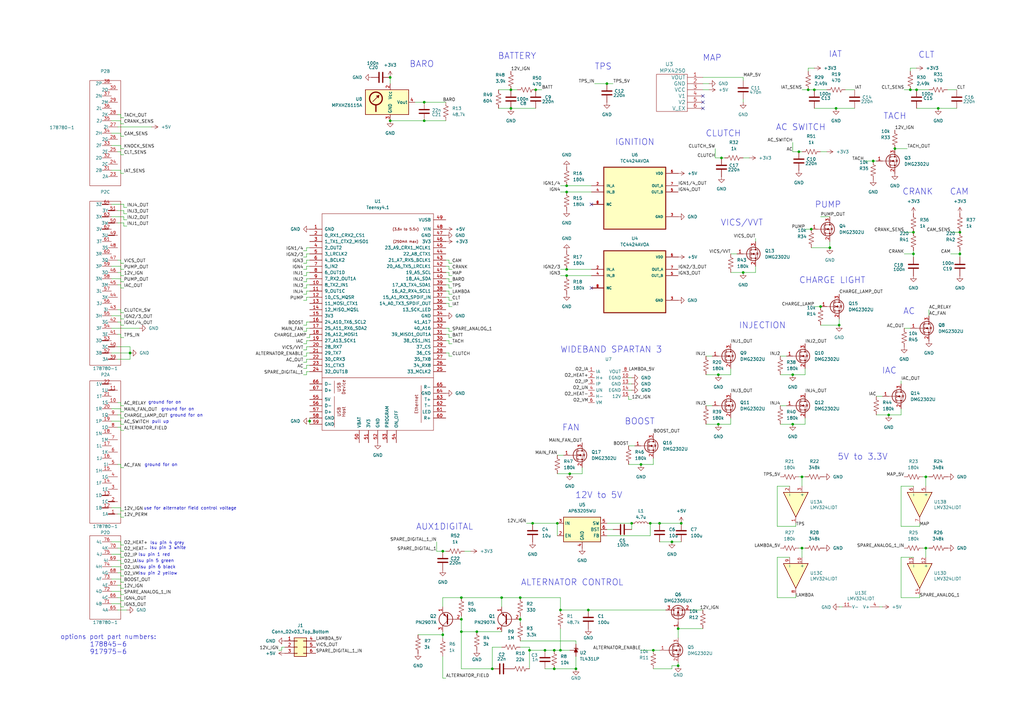
<source format=kicad_sch>
(kicad_sch (version 20250114) (generator "eeschema") (generator_version "9.0")
  (paper "A3")
  (text "ground for on" (at 76.454 170.434 0) (effects (font (size 1.27 1.27))))
  (text "TPS" (at 247.396 27.432 0) (effects (font (size 2.54 2.54))))
  (text "options port part numbers:\n178845-6\n917975-6" (at 44.45 264.414 0) (effects (font (size 1.905 1.905))))
  (text "BATTERY" (at 212.09 23.114 0) (effects (font (size 2.54 2.54))))
  (text "ground for on" (at 66.04 190.754 0) (effects (font (size 1.27 1.27))))
  (text "WIDEBAND SPARTAN 3" (at 250.698 143.51 0) (effects (font (size 2.54 2.54))))
  (text "VICS/VVT" (at 304.292 91.44 0) (effects (font (size 2.54 2.54))))
  (text "CHARGE LIGHT" (at 341.376 115.062 0) (effects (font (size 2.54 2.54))))
  (text "AUX1DIGITAL" (at 182.372 216.154 0) (effects (font (size 2.54 2.54))))
  (text "ground for on" (at 67.564 165.1 0) (effects (font (size 1.27 1.27))))
  (text "IGNITION" (at 260.35 58.42 0) (effects (font (size 2.54 2.54))))
  (text "ALTERNATOR CONTROL" (at 234.696 239.014 0) (effects (font (size 2.54 2.54))))
  (text "IAC" (at 364.744 152.146 0) (effects (font (size 2.54 2.54))))
  (text "CAM" (at 393.446 78.74 0) (effects (font (size 2.54 2.54))))
  (text "CLUTCH" (at 296.672 54.864 0) (effects (font (size 2.54 2.54))))
  (text "use for alternator field control voltage" (at 77.978 208.534 0) (effects (font (size 1.27 1.27))))
  (text "TACH" (at 367.03 47.752 0) (effects (font (size 2.54 2.54))))
  (text "lsu pin 1 red" (at 63.246 227.584 0) (effects (font (size 1.27 1.27))))
  (text "lsu pin 3 white" (at 68.834 224.79 0) (effects (font (size 1.27 1.27))))
  (text "AC SWITCH" (at 328.422 52.324 0) (effects (font (size 2.54 2.54))))
  (text "PUMP" (at 339.598 84.074 0) (effects (font (size 2.54 2.54))))
  (text "lsu pin 4 grey" (at 68.58 222.758 0) (effects (font (size 1.27 1.27))))
  (text "12V to 5V" (at 245.618 203.2 0) (effects (font (size 2.54 2.54))))
  (text "lsu pin 2 yellow" (at 64.77 235.204 0) (effects (font (size 1.27 1.27))))
  (text "ground for on" (at 72.898 167.894 0) (effects (font (size 1.27 1.27))))
  (text "BOOST" (at 262.382 172.974 0) (effects (font (size 2.54 2.54))))
  (text "MAP" (at 292.1 23.876 0) (effects (font (size 2.54 2.54))))
  (text "IAT" (at 342.646 22.352 0) (effects (font (size 2.54 2.54))))
  (text "INJECTION" (at 312.674 133.604 0) (effects (font (size 2.54 2.54))))
  (text "CRANK" (at 376.428 78.74 0) (effects (font (size 2.54 2.54))))
  (text "CLT" (at 379.984 22.606 0) (effects (font (size 2.54 2.54))))
  (text "lsu pin 5 green" (at 63.754 230.124 0) (effects (font (size 1.27 1.27))))
  (text "5V to 3.3V" (at 353.822 187.452 0) (effects (font (size 2.54 2.54))))
  (text "BARO" (at 172.974 26.416 0) (effects (font (size 2.54 2.54))))
  (text "pull up" (at 65.786 172.974 0) (effects (font (size 1.27 1.27))))
  (text "lsu pin 6 black" (at 64.516 232.664 0) (effects (font (size 1.27 1.27))))
  (text "AC" (at 372.872 127.762 0) (effects (font (size 2.54 2.54))))
  (text "FAN" (at 234.188 175.514 0) (effects (font (size 2.54 2.54))))
  (junction (at 373.38 36.83))
  (junction (at 232.41 110.49))
  (junction (at 325.12 173.99))
  (junction (at 325.12 153.67))
  (junction (at 173.99 49.53))
  (junction (at 278.13 257.81))
  (junction (at 209.55 44.45))
  (junction (at 304.8 111.76))
  (junction (at 266.7 214.63))
  (junction (at 160.02 31.75))
  (junction (at 233.68 194.31))
  (junction (at 189.23 245.11))
  (junction (at 219.71 36.83))
  (junction (at 374.65 104.14))
  (junction (at 331.47 36.83))
  (junction (at 232.41 76.2))
  (junction (at 236.22 274.32))
  (junction (at 217.17 266.7))
  (junction (at 160.02 49.53))
  (junction (at 213.36 254))
  (junction (at 294.64 173.99))
  (junction (at 218.44 214.63))
  (junction (at 332.74 93.98))
  (junction (at 189.23 254))
  (junction (at 201.93 274.32))
  (junction (at 342.9 44.45))
  (junction (at 173.99 41.91))
  (junction (at 278.13 273.05))
  (junction (at 248.92 34.29))
  (junction (at 295.91 64.77))
  (junction (at 393.7 95.25))
  (junction (at 241.3 250.19))
  (junction (at 328.93 224.79))
  (junction (at 209.55 36.83))
  (junction (at 340.36 101.6))
  (junction (at 267.97 266.7))
  (junction (at 232.41 113.03))
  (junction (at 259.08 214.63))
  (junction (at 195.58 259.08))
  (junction (at 229.87 250.19))
  (junction (at 294.64 153.67))
  (junction (at 227.33 274.32))
  (junction (at 181.61 260.35))
  (junction (at 232.41 78.74))
  (junction (at 181.61 226.06))
  (junction (at 328.93 195.58))
  (junction (at 228.6 214.63))
  (junction (at 189.23 259.08))
  (junction (at 344.17 133.35))
  (junction (at 270.51 214.63))
  (junction (at 53.34 144.78))
  (junction (at 262.89 190.5))
  (junction (at 336.55 125.73))
  (junction (at 127 172.72))
  (junction (at 367.03 60.96))
  (junction (at 227.33 266.7))
  (junction (at 358.14 66.04))
  (junction (at 364.49 170.18))
  (junction (at 334.01 36.83))
  (junction (at 279.4 214.63))
  (junction (at 213.36 245.11))
  (junction (at 375.92 36.83))
  (junction (at 379.73 224.79))
  (junction (at 393.7 104.14))
  (junction (at 379.73 195.58))
  (junction (at 275.59 222.25))
  (junction (at 229.87 266.7))
  (junction (at 223.52 266.7))
  (junction (at 374.65 95.25))
  (junction (at 327.66 62.23))
  (junction (at 384.81 44.45))
  (junction (at 205.74 245.11))
  (no_connect (at 242.57 118.11))
  (no_connect (at 288.29 39.37))
  (no_connect (at 288.29 44.45))
  (no_connect (at 288.29 41.91))
  (no_connect (at 242.57 83.82))
  (wire (pts (xy 378.46 195.58) (xy 379.73 195.58)))
  (wire (pts (xy 124.46 133.35) (xy 125.73 133.35)))
  (wire (pts (xy 50.8 71.12) (xy 49.53 71.12)))
  (wire (pts (xy 223.52 274.32) (xy 227.33 274.32)))
  (wire (pts (xy 330.2 151.13) (xy 330.2 153.67)))
  (wire (pts (xy 334.01 36.83) (xy 339.09 36.83)))
  (wire (pts (xy 49.53 228.6) (xy 49.53 227.33)))
  (wire (pts (xy 125.73 133.35) (xy 125.73 132.08)))
  (wire (pts (xy 340.36 88.9) (xy 336.55 88.9)))
  (wire (pts (xy 49.53 223.52) (xy 49.53 222.25)))
  (wire (pts (xy 49.53 247.65) (xy 45.72 247.65)))
  (wire (pts (xy 325.12 153.67) (xy 320.04 153.67)))
  (wire (pts (xy 115.57 266.7) (xy 115.57 265.43)))
  (wire (pts (xy 124.46 107.95) (xy 125.73 107.95)))
  (wire (pts (xy 228.6 186.69) (xy 231.14 186.69)))
  (wire (pts (xy 327.66 224.79) (xy 328.93 224.79)))
  (wire (pts (xy 124.46 115.57) (xy 125.73 115.57)))
  (wire (pts (xy 334.01 125.73) (xy 336.55 125.73)))
  (wire (pts (xy 50.8 50.8) (xy 49.53 50.8)))
  (wire (pts (xy 124.46 110.49) (xy 125.73 110.49)))
  (wire (pts (xy 259.08 154.94) (xy 257.81 154.94)))
  (wire (pts (xy 205.74 245.11) (xy 213.36 245.11)))
  (wire (pts (xy 326.39 215.9) (xy 318.77 215.9)))
  (wire (pts (xy 181.61 278.13) (xy 182.88 278.13)))
  (wire (pts (xy 124.46 102.87) (xy 125.73 102.87)))
  (wire (pts (xy 213.36 254) (xy 213.36 252.73)))
  (wire (pts (xy 185.42 123.19) (xy 184.15 123.19)))
  (wire (pts (xy 185.42 118.11) (xy 184.15 118.11)))
  (wire (pts (xy 344.17 248.92) (xy 345.44 248.92)))
  (wire (pts (xy 50.8 138.43) (xy 49.53 138.43)))
  (wire (pts (xy 49.53 172.72) (xy 45.72 172.72)))
  (wire (pts (xy 358.14 66.04) (xy 359.41 66.04)))
  (wire (pts (xy 189.23 252.73) (xy 189.23 254)))
  (wire (pts (xy 379.73 195.58) (xy 381 195.58)))
  (wire (pts (xy 124.46 143.51) (xy 125.73 143.51)))
  (wire (pts (xy 125.73 151.13) (xy 125.73 149.86)))
  (wire (pts (xy 332.74 101.6) (xy 340.36 101.6)))
  (wire (pts (xy 318.77 245.11) (xy 318.77 228.6)))
  (wire (pts (xy 49.53 222.25) (xy 45.72 222.25)))
  (wire (pts (xy 293.37 64.77) (xy 295.91 64.77)))
  (wire (pts (xy 377.19 245.11) (xy 377.19 243.84)))
  (wire (pts (xy 217.17 266.7) (xy 223.52 266.7)))
  (wire (pts (xy 204.47 36.83) (xy 209.55 36.83)))
  (wire (pts (xy 309.88 97.79) (xy 309.88 99.06)))
  (wire (pts (xy 293.37 60.96) (xy 293.37 64.77)))
  (wire (pts (xy 52.07 250.19) (xy 48.26 250.19)))
  (wire (pts (xy 218.44 214.63) (xy 228.6 214.63)))
  (wire (pts (xy 342.9 44.45) (xy 350.52 44.45)))
  (wire (pts (xy 115.57 265.43) (xy 116.84 265.43)))
  (wire (pts (xy 49.53 232.41) (xy 45.72 232.41)))
  (wire (pts (xy 49.53 60.96) (xy 49.53 59.69)))
  (wire (pts (xy 257.81 182.88) (xy 260.35 182.88)))
  (wire (pts (xy 50.8 83.82) (xy 45.72 83.82)))
  (wire (pts (xy 125.73 116.84) (xy 127 116.84)))
  (wire (pts (xy 49.53 129.54) (xy 45.72 129.54)))
  (wire (pts (xy 262.89 266.7) (xy 267.97 266.7)))
  (wire (pts (xy 328.93 36.83) (xy 331.47 36.83)))
  (wire (pts (xy 124.46 105.41) (xy 125.73 105.41)))
  (wire (pts (xy 375.92 27.94) (xy 373.38 27.94)))
  (wire (pts (xy 369.57 167.64) (xy 369.57 170.18)))
  (wire (pts (xy 184.15 146.05) (xy 184.15 144.78)))
  (wire (pts (xy 367.03 60.96) (xy 372.11 60.96)))
  (wire (pts (xy 205.74 245.11) (xy 205.74 248.92)))
  (wire (pts (xy 49.53 50.8) (xy 49.53 49.53)))
  (wire (pts (xy 370.84 104.14) (xy 374.65 104.14)))
  (wire (pts (xy 114.3 266.7) (xy 115.57 266.7)))
  (wire (pts (xy 229.87 257.81) (xy 229.87 266.7)))
  (wire (pts (xy 229.87 113.03) (xy 232.41 113.03)))
  (wire (pts (xy 217.17 274.32) (xy 217.17 266.7)))
  (wire (pts (xy 364.49 170.18) (xy 359.41 170.18)))
  (wire (pts (xy 275.59 273.05) (xy 278.13 273.05)))
  (wire (pts (xy 330.2 173.99) (xy 325.12 173.99)))
  (wire (pts (xy 189.23 259.08) (xy 189.23 274.32)))
  (wire (pts (xy 325.12 173.99) (xy 320.04 173.99)))
  (wire (pts (xy 331.47 27.94) (xy 331.47 29.21)))
  (wire (pts (xy 50.8 191.77) (xy 49.53 191.77)))
  (wire (pts (xy 185.42 115.57) (xy 184.15 115.57)))
  (wire (pts (xy 124.46 146.05) (xy 125.73 146.05)))
  (wire (pts (xy 49.53 209.55) (xy 49.53 208.28)))
  (wire (pts (xy 257.81 163.83) (xy 257.81 162.56)))
  (wire (pts (xy 49.53 114.3) (xy 45.72 114.3)))
  (wire (pts (xy 125.73 152.4) (xy 127 152.4)))
  (wire (pts (xy 229.87 78.74) (xy 232.41 78.74)))
  (wire (pts (xy 228.6 214.63) (xy 228.6 219.71)))
  (wire (pts (xy 238.76 194.31) (xy 233.68 194.31)))
  (wire (pts (xy 304.8 64.77) (xy 307.34 64.77)))
  (wire (pts (xy 125.73 102.87) (xy 125.73 101.6)))
  (wire (pts (xy 369.57 156.21) (xy 369.57 157.48)))
  (wire (pts (xy 215.9 214.63) (xy 218.44 214.63)))
  (wire (pts (xy 125.73 134.62) (xy 127 134.62)))
  (wire (pts (xy 50.8 133.35) (xy 49.53 133.35)))
  (wire (pts (xy 327.66 195.58) (xy 328.93 195.58)))
  (wire (pts (xy 50.8 60.96) (xy 49.53 60.96)))
  (wire (pts (xy 125.73 115.57) (xy 125.73 114.3)))
  (wire (pts (xy 125.73 105.41) (xy 125.73 104.14)))
  (wire (pts (xy 49.53 170.18) (xy 48.26 170.18)))
  (wire (pts (xy 48.26 142.24) (xy 53.34 142.24)))
  (wire (pts (xy 49.53 242.57) (xy 45.72 242.57)))
  (wire (pts (xy 184.15 144.78) (xy 182.88 144.78)))
  (wire (pts (xy 50.8 226.06) (xy 49.53 226.06)))
  (wire (pts (xy 185.42 120.65) (xy 184.15 120.65)))
  (wire (pts (xy 50.8 209.55) (xy 49.53 209.55)))
  (wire (pts (xy 389.89 104.14) (xy 393.7 104.14)))
  (wire (pts (xy 49.53 55.88) (xy 49.53 54.61)))
  (wire (pts (xy 50.8 228.6) (xy 49.53 228.6)))
  (wire (pts (xy 304.8 40.64) (xy 304.8 41.91)))
  (wire (pts (xy 125.73 146.05) (xy 125.73 144.78)))
  (wire (pts (xy 267.97 187.96) (xy 267.97 190.5)))
  (wire (pts (xy 127 172.72) (xy 127 173.99)))
  (wire (pts (xy 377.19 215.9) (xy 369.57 215.9)))
  (wire (pts (xy 49.53 237.49) (xy 45.72 237.49)))
  (wire (pts (xy 374.65 104.14) (xy 374.65 105.41)))
  (wire (pts (xy 248.92 217.17) (xy 251.46 217.17)))
  (wire (pts (xy 267.97 274.32) (xy 275.59 274.32)))
  (wire (pts (xy 52.07 90.17) (xy 50.8 90.17)))
  (wire (pts (xy 49.53 59.69) (xy 45.72 59.69)))
  (wire (pts (xy 290.83 36.83) (xy 288.29 36.83)))
  (wire (pts (xy 50.8 166.37) (xy 49.53 166.37)))
  (wire (pts (xy 330.2 153.67) (xy 325.12 153.67)))
  (wire (pts (xy 299.72 104.14) (xy 302.26 104.14)))
  (wire (pts (xy 184.15 111.76) (xy 182.88 111.76)))
  (wire (pts (xy 318.77 199.39) (xy 323.85 199.39)))
  (wire (pts (xy 127 138.43) (xy 127 137.16)))
  (wire (pts (xy 373.38 36.83) (xy 375.92 36.83)))
  (wire (pts (xy 50.8 231.14) (xy 49.53 231.14)))
  (wire (pts (xy 374.65 102.87) (xy 374.65 104.14)))
  (wire (pts (xy 49.53 113.03) (xy 49.53 111.76)))
  (wire (pts (xy 125.73 148.59) (xy 125.73 147.32)))
  (wire (pts (xy 160.02 49.53) (xy 173.99 49.53)))
  (wire (pts (xy 181.61 248.92) (xy 181.61 245.11)))
  (wire (pts (xy 125.73 147.32) (xy 127 147.32)))
  (wire (pts (xy 49.53 233.68) (xy 49.53 232.41)))
  (wire (pts (xy 49.53 190.5) (xy 48.26 190.5)))
  (wire (pts (xy 328.93 195.58) (xy 330.2 195.58)))
  (wire (pts (xy 229.87 266.7) (xy 233.68 266.7)))
  (wire (pts (xy 125.73 101.6) (xy 127 101.6)))
  (wire (pts (xy 370.84 134.62) (xy 373.38 134.62)))
  (wire (pts (xy 49.53 130.81) (xy 49.53 129.54)))
  (wire (pts (xy 49.53 71.12) (xy 49.53 69.85)))
  (wire (pts (xy 320.04 166.37) (xy 322.58 166.37)))
  (wire (pts (xy 283.21 250.19) (xy 288.29 250.19)))
  (wire (pts (xy 185.42 125.73) (xy 184.15 125.73)))
  (wire (pts (xy 49.53 167.64) (xy 45.72 167.64)))
  (wire (pts (xy 275.59 222.25) (xy 279.4 222.25)))
  (wire (pts (xy 49.53 116.84) (xy 48.26 116.84)))
  (wire (pts (xy 171.45 260.35) (xy 181.61 260.35)))
  (wire (pts (xy 289.56 146.05) (xy 292.1 146.05)))
  (wire (pts (xy 49.53 243.84) (xy 49.53 242.57)))
  (wire (pts (xy 50.8 248.92) (xy 49.53 248.92)))
  (wire (pts (xy 49.53 171.45) (xy 49.53 170.18)))
  (wire (pts (xy 49.53 210.82) (xy 48.26 210.82)))
  (wire (pts (xy 248.92 219.71) (xy 266.7 219.71)))
  (wire (pts (xy 57.15 134.62) (xy 45.72 134.62)))
  (wire (pts (xy 213.36 262.89) (xy 236.22 262.89)))
  (wire (pts (xy 49.53 241.3) (xy 49.53 240.03)))
  (wire (pts (xy 369.57 228.6) (xy 374.65 228.6)))
  (wire (pts (xy 189.23 245.11) (xy 205.74 245.11)))
  (wire (pts (xy 288.29 31.75) (xy 304.8 31.75)))
  (wire (pts (xy 49.53 231.14) (xy 49.53 229.87)))
  (wire (pts (xy 124.46 135.89) (xy 125.73 135.89)))
  (wire (pts (xy 190.5 226.06) (xy 193.04 226.06)))
  (wire (pts (xy 50.8 85.09) (xy 50.8 83.82)))
  (wire (pts (xy 49.53 227.33) (xy 45.72 227.33)))
  (wire (pts (xy 124.46 113.03) (xy 125.73 113.03)))
  (wire (pts (xy 379.73 199.39) (xy 379.73 195.58)))
  (wire (pts (xy 49.53 127) (xy 48.26 127)))
  (wire (pts (xy 125.73 144.78) (xy 127 144.78)))
  (wire (pts (xy 49.53 118.11) (xy 49.53 116.84)))
  (wire (pts (xy 125.73 110.49) (xy 125.73 109.22)))
  (wire (pts (xy 309.88 109.22) (xy 309.88 111.76)))
  (wire (pts (xy 52.07 92.71) (xy 50.8 92.71)))
  (wire (pts (xy 232.41 76.2) (xy 242.57 76.2)))
  (wire (pts (xy 173.99 49.53) (xy 182.88 49.53)))
  (wire (pts (xy 189.23 274.32) (xy 201.93 274.32)))
  (wire (pts (xy 50.8 87.63) (xy 50.8 86.36)))
  (wire (pts (xy 125.73 118.11) (xy 125.73 116.84)))
  (wire (pts (xy 49.53 115.57) (xy 49.53 114.3)))
  (wire (pts (xy 50.8 92.71) (xy 50.8 91.44)))
  (wire (pts (xy 125.73 111.76) (xy 127 111.76)))
  (wire (pts (xy 49.53 173.99) (xy 49.53 172.72)))
  (wire (pts (xy 49.53 212.09) (xy 50.8 212.09)))
  (wire (pts (xy 125.73 135.89) (xy 125.73 134.62)))
  (wire (pts (xy 50.8 246.38) (xy 49.53 246.38)))
  (wire (pts (xy 267.97 266.7) (xy 270.51 266.7)))
  (wire (pts (xy 50.8 115.57) (xy 49.53 115.57)))
  (wire (pts (xy 124.46 120.65) (xy 125.73 120.65)))
  (wire (pts (xy 326.39 245.11) (xy 326.39 243.84)))
  (wire (pts (xy 259.08 214.63) (xy 259.08 217.17)))
  (wire (pts (xy 278.13 257.81) (xy 278.13 261.62)))
  (wire (pts (xy 48.26 147.32) (xy 53.34 147.32)))
  (wire (pts (xy 49.53 132.08) (xy 48.26 132.08)))
  (wire (pts (xy 49.53 175.26) (xy 48.26 175.26)))
  (wire (pts (xy 124.46 118.11) (xy 125.73 118.11)))
  (wire (pts (xy 184.15 137.16) (xy 182.88 137.16)))
  (wire (pts (xy 217.17 265.43) (xy 217.17 266.7)))
  (wire (pts (xy 125.73 121.92) (xy 127 121.92)))
  (wire (pts (xy 125.73 149.86) (xy 127 149.86)))
  (wire (pts (xy 369.57 215.9) (xy 369.57 199.39)))
  (wire (pts (xy 373.38 27.94) (xy 373.38 29.21)))
  (wire (pts (xy 375.92 36.83) (xy 381 36.83)))
  (wire (pts (xy 50.8 171.45) (xy 49.53 171.45)))
  (wire (pts (xy 393.7 104.14) (xy 393.7 105.41)))
  (wire (pts (xy 184.15 120.65) (xy 184.15 119.38)))
  (wire (pts (xy 125.73 107.95) (xy 125.73 106.68)))
  (wire (pts (xy 125.73 143.51) (xy 125.73 142.24)))
  (wire (pts (xy 259.08 157.48) (xy 257.81 157.48)))
  (wire (pts (xy 379.73 224.79) (xy 381 224.79)))
  (wire (pts (xy 49.53 106.68) (xy 48.26 106.68)))
  (wire (pts (xy 50.8 110.49) (xy 49.53 110.49)))
  (wire (pts (xy 49.53 128.27) (xy 49.53 127)))
  (wire (pts (xy 393.7 102.87) (xy 393.7 104.14)))
  (wire (pts (xy 369.57 245.11) (xy 369.57 228.6)))
  (wire (pts (xy 125.73 113.03) (xy 125.73 111.76)))
  (wire (pts (xy 304.8 111.76) (xy 299.72 111.76)))
  (wire (pts (xy 189.23 259.08) (xy 189.23 254)))
  (wire (pts (xy 49.53 110.49) (xy 49.53 109.22)))
  (wire (pts (xy 160.02 31.75) (xy 160.02 34.29)))
  (wire (pts (xy 125.73 153.67) (xy 125.73 152.4)))
  (wire (pts (xy 124.46 151.13) (xy 125.73 151.13)))
  (wire (pts (xy 330.2 171.45) (xy 330.2 173.99)))
  (wire (pts (xy 184.15 139.7) (xy 182.88 139.7)))
  (wire (pts (xy 49.53 165.1) (xy 48.26 165.1)))
  (wire (pts (xy 184.15 119.38) (xy 182.88 119.38)))
  (wire (pts (xy 334.01 27.94) (xy 331.47 27.94)))
  (wire (pts (xy 295.91 64.77) (xy 297.18 64.77)))
  (wire (pts (xy 184.15 110.49) (xy 184.15 109.22)))
  (wire (pts (xy 229.87 250.19) (xy 241.3 250.19)))
  (wire (pts (xy 125.73 109.22) (xy 127 109.22)))
  (wire (pts (xy 326.39 245.11) (xy 318.77 245.11)))
  (wire (pts (xy 52.07 87.63) (xy 50.8 87.63)))
  (wire (pts (xy 49.53 191.77) (xy 49.53 190.5)))
  (wire (pts (xy 209.55 44.45) (xy 219.71 44.45)))
  (wire (pts (xy 185.42 135.89) (xy 184.15 135.89)))
  (wire (pts (xy 248.92 214.63) (xy 259.08 214.63)))
  (wire (pts (xy 124.46 140.97) (xy 125.73 140.97)))
  (wire (pts (xy 125.73 138.43) (xy 127 138.43)))
  (wire (pts (xy 344.17 133.35) (xy 344.17 130.81)))
  (wire (pts (xy 336.55 62.23) (xy 339.09 62.23)))
  (wire (pts (xy 185.42 138.43) (xy 184.15 138.43)))
  (wire (pts (xy 370.84 36.83) (xy 373.38 36.83)))
  (wire (pts (xy 49.53 226.06) (xy 49.53 224.79)))
  (wire (pts (xy 49.53 245.11) (xy 48.26 245.11)))
  (wire (pts (xy 50.8 48.26) (xy 49.53 48.26)))
  (wire (pts (xy 236.22 262.89) (xy 236.22 264.16)))
  (wire (pts (xy 325.12 58.42) (xy 325.12 62.23)))
  (wire (pts (xy 184.15 134.62) (xy 182.88 134.62)))
  (wire (pts (xy 209.55 36.83) (xy 212.09 36.83)))
  (wire (pts (xy 49.53 224.79) (xy 48.26 224.79)))
  (wire (pts (xy 50.8 238.76) (xy 49.53 238.76)))
  (wire (pts (xy 50.8 168.91) (xy 49.53 168.91)))
  (wire (pts (xy 125.73 104.14) (xy 127 104.14)))
  (wire (pts (xy 370.84 95.25) (xy 374.65 95.25)))
  (wire (pts (xy 378.46 224.79) (xy 379.73 224.79)))
  (wire (pts (xy 229.87 245.11) (xy 229.87 250.19)))
  (wire (pts (xy 125.73 106.68) (xy 127 106.68)))
  (wire (pts (xy 248.92 34.29) (xy 251.46 34.29)))
  (wire (pts (xy 50.8 236.22) (xy 49.53 236.22)))
  (wire (pts (xy 275.59 274.32) (xy 275.59 273.05)))
  (wire (pts (xy 50.8 118.11) (xy 49.53 118.11)))
  (wire (pts (xy 125.73 142.24) (xy 127 142.24)))
  (wire (pts (xy 184.15 116.84) (xy 182.88 116.84)))
  (wire (pts (xy 125.73 132.08) (xy 127 132.08)))
  (wire (pts (xy 49.53 248.92) (xy 49.53 247.65)))
  (wire (pts (xy 222.25 36.83) (xy 219.71 36.83)))
  (wire (pts (xy 49.53 63.5) (xy 49.53 62.23)))
  (wire (pts (xy 50.8 86.36) (xy 48.26 86.36)))
  (wire (pts (xy 49.53 49.53) (xy 45.72 49.53)))
  (wire (pts (xy 233.68 194.31) (xy 228.6 194.31)))
  (wire (pts (xy 369.57 199.39) (xy 374.65 199.39)))
  (wire (pts (xy 184.15 115.57) (xy 184.15 114.3)))
  (wire (pts (xy 49.53 246.38) (xy 49.53 245.11)))
  (wire (pts (xy 243.84 34.29) (xy 248.92 34.29)))
  (wire (pts (xy 185.42 146.05) (xy 184.15 146.05)))
  (wire (pts (xy 184.15 107.95) (xy 184.15 106.68)))
  (wire (pts (xy 201.93 274.32) (xy 201.93 265.43)))
  (wire (pts (xy 185.42 140.97) (xy 184.15 140.97)))
  (wire (pts (xy 328.93 228.6) (xy 328.93 224.79)))
  (wire (pts (xy 379.73 228.6) (xy 379.73 224.79)))
  (wire (pts (xy 270.51 222.25) (xy 275.59 222.25)))
  (wire (pts (xy 49.53 138.43) (xy 49.53 137.16)))
  (wire (pts (xy 354.33 66.04) (xy 358.14 66.04)))
  (wire (pts (xy 195.58 259.08) (xy 189.23 259.08)))
  (wire (pts (xy 50.8 107.95) (xy 49.53 107.95)))
  (wire (pts (xy 259.08 160.02) (xy 257.81 160.02)))
  (wire (pts (xy 124.46 153.67) (xy 125.73 153.67)))
  (wire (pts (xy 125.73 123.19) (xy 125.73 121.92)))
  (wire (pts (xy 259.08 163.83) (xy 257.81 163.83)))
  (wire (pts (xy 267.97 190.5) (xy 262.89 190.5)))
  (wire (pts (xy 213.36 245.11) (xy 229.87 245.11)))
  (wire (pts (xy 327.66 62.23) (xy 328.93 62.23)))
  (wire (pts (xy 170.18 41.91) (xy 173.99 41.91)))
  (wire (pts (xy 381 127) (xy 381 129.54)))
  (wire (pts (xy 50.8 90.17) (xy 50.8 88.9)))
  (wire (pts (xy 50.8 63.5) (xy 49.53 63.5)))
  (wire (pts (xy 184.15 135.89) (xy 184.15 134.62)))
  (wire (pts (xy 50.8 55.88) (xy 49.53 55.88)))
  (wire (pts (xy 318.77 215.9) (xy 318.77 199.39)))
  (wire (pts (xy 289.56 166.37) (xy 292.1 166.37)))
  (wire (pts (xy 50.8 173.99) (xy 49.53 173.99)))
  (wire (pts (xy 331.47 36.83) (xy 334.01 36.83)))
  (wire (pts (xy 184.15 118.11) (xy 184.15 116.84)))
  (wire (pts (xy 184.15 123.19) (xy 184.15 121.92)))
  (wire (pts (xy 49.53 69.85) (xy 45.72 69.85)))
  (wire (pts (xy 294.64 173.99) (xy 289.56 173.99)))
  (wire (pts (xy 330.2 93.98) (xy 332.74 93.98)))
  (wire (pts (xy 361.95 248.92) (xy 360.68 248.92)))
  (wire (pts (xy 49.53 62.23) (xy 48.26 62.23)))
  (wire (pts (xy 124.46 148.59) (xy 125.73 148.59)))
  (wire (pts (xy 304.8 31.75) (xy 304.8 33.02)))
  (wire (pts (xy 309.88 111.76) (xy 304.8 111.76)))
  (wire (pts (xy 184.15 106.68) (xy 182.88 106.68)))
  (wire (pts (xy 229.87 76.2) (xy 232.41 76.2)))
  (wire (pts (xy 179.07 226.06) (xy 181.61 226.06)))
  (wire (pts (xy 328.93 224.79) (xy 330.2 224.79)))
  (wire (pts (xy 184.15 109.22) (xy 182.88 109.22)))
  (wire (pts (xy 195.58 259.08) (xy 205.74 259.08)))
  (wire (pts (xy 236.22 274.32) (xy 236.22 269.24)))
  (wire (pts (xy 204.47 44.45) (xy 209.55 44.45)))
  (wire (pts (xy 238.76 191.77) (xy 238.76 194.31)))
  (wire (pts (xy 49.53 229.87) (xy 48.26 229.87)))
  (wire (pts (xy 232.41 113.03) (xy 242.57 113.03)))
  (wire (pts (xy 377.19 245.11) (xy 369.57 245.11)))
  (wire (pts (xy 384.81 44.45) (xy 392.43 44.45)))
  (wire (pts (xy 181.61 226.06) (xy 182.88 226.06)))
  (wire (pts (xy 49.53 208.28) (xy 45.72 208.28)))
  (wire (pts (xy 125.73 114.3) (xy 127 114.3)))
  (wire (pts (xy 49.53 166.37) (xy 49.53 165.1)))
  (wire (pts (xy 294.64 153.67) (xy 289.56 153.67)))
  (wire (pts (xy 49.53 212.09) (xy 49.53 210.82)))
  (wire (pts (xy 299.72 153.67) (xy 294.64 153.67)))
  (wire (pts (xy 53.34 142.24) (xy 53.34 144.78)))
  (wire (pts (xy 266.7 214.63) (xy 270.51 214.63)))
  (wire (pts (xy 184.15 125.73) (xy 184.15 124.46)))
  (wire (pts (xy 369.57 170.18) (xy 364.49 170.18)))
  (wire (pts (xy 50.8 91.44) (xy 48.26 91.44)))
  (wire (pts (xy 181.61 260.35) (xy 181.61 261.62)))
  (wire (pts (xy 125.73 139.7) (xy 127 139.7)))
  (wire (pts (xy 262.89 190.5) (xy 257.81 190.5)))
  (wire (pts (xy 325.12 62.23) (xy 327.66 62.23)))
  (wire (pts (xy 52.07 85.09) (xy 50.8 85.09)))
  (wire (pts (xy 49.53 109.22) (xy 45.72 109.22)))
  (wire (pts (xy 227.33 266.7) (xy 229.87 266.7)))
  (wire (pts (xy 50.8 233.68) (xy 49.53 233.68)))
  (wire (pts (xy 45.72 144.78) (xy 53.34 144.78)))
  (wire (pts (xy 359.41 162.56) (xy 361.95 162.56)))
  (wire (pts (xy 50.8 223.52) (xy 49.53 223.52)))
  (wire (pts (xy 184.15 138.43) (xy 184.15 137.16)))
  (wire (pts (xy 50.8 130.81) (xy 49.53 130.81)))
  (wire (pts (xy 223.52 266.7) (xy 227.33 266.7)))
  (wire (pts (xy 388.62 36.83) (xy 392.43 36.83)))
  (wire (pts (xy 184.15 140.97) (xy 184.15 139.7)))
  (wire (pts (xy 299.72 151.13) (xy 299.72 153.67)))
  (wire (pts (xy 278.13 257.81) (xy 288.29 257.81)))
  (wire (pts (xy 49.53 236.22) (xy 49.53 234.95)))
  (wire (pts (xy 49.53 137.16) (xy 48.26 137.16)))
  (wire (pts (xy 48.26 52.07) (xy 62.23 52.07)))
  (wire (pts (xy 232.41 78.74) (xy 242.57 78.74)))
  (wire (pts (xy 50.8 243.84) (xy 49.53 243.84)))
  (wire (pts (xy 184.15 114.3) (xy 182.88 114.3)))
  (wire (pts (xy 49.53 48.26) (xy 49.53 46.99)))
  (wire (pts (xy 125.73 120.65) (xy 125.73 119.38)))
  (wire (pts (xy 270.51 214.63) (xy 279.4 214.63)))
  (wire (pts (xy 179.07 222.25) (xy 179.07 226.06)))
  (wire (pts (xy 288.29 34.29) (xy 290.83 34.29)))
  (wire (pts (xy 328.93 199.39) (xy 328.93 195.58)))
  (wire (pts (xy 181.61 245.11) (xy 189.23 245.11)))
  (wire (pts (xy 50.8 128.27) (xy 49.53 128.27)))
  (wire (pts (xy 377.19 215.9) (xy 377.19 214.63)))
  (wire (pts (xy 184.15 121.92) (xy 182.88 121.92)))
  (wire (pts (xy 49.53 238.76) (xy 49.53 237.49)))
  (wire (pts (xy 173.99 41.91) (xy 182.88 41.91)))
  (wire (pts (xy 299.72 171.45) (xy 299.72 173.99)))
  (wire (pts (xy 49.53 240.03) (xy 48.26 240.03)))
  (wire (pts (xy 273.05 250.19) (xy 241.3 250.19)))
  (wire (pts (xy 334.01 44.45) (xy 342.9 44.45)))
  (wire (pts (xy 278.13 271.78) (xy 278.13 273.05)))
  (wire (pts (xy 184.15 124.46) (xy 182.88 124.46)))
  (wire (pts (xy 232.41 110.49) (xy 242.57 110.49)))
  (wire (pts (xy 49.53 107.95) (xy 49.53 106.68)))
  (wire (pts (xy 213.36 254) (xy 213.36 255.27)))
  (wire (pts (xy 50.8 176.53) (xy 49.53 176.53)))
  (wire (pts (xy 185.42 107.95) (xy 184.15 107.95)))
  (wire (pts (xy 125.73 140.97) (xy 125.73 139.7)))
  (wire (pts (xy 320.04 146.05) (xy 322.58 146.05)))
  (wire (pts (xy 229.87 110.49) (xy 232.41 110.49)))
  (wire (pts (xy 326.39 215.9) (xy 326.39 214.63)))
  (wire (pts (xy 389.89 95.25) (xy 393.7 95.25)))
  (wire (pts (xy 49.53 133.35) (xy 49.53 132.08)))
  (wire (pts (xy 125.73 119.38) (xy 127 119.38)))
  (wire (pts (xy 340.36 101.6) (xy 340.36 99.06)))
  (wire (pts (xy 49.53 111.76) (xy 48.26 111.76)))
  (wire (pts (xy 49.53 234.95) (xy 48.26 234.95)))
  (wire (pts (xy 50.8 88.9) (xy 45.72 88.9)))
  (wire (pts (xy 181.61 269.24) (xy 181.61 278.13)))
  (wire (pts (xy 49.53 168.91) (xy 49.53 167.64)))
  (wire (pts (xy 124.46 123.19) (xy 125.73 123.19)))
  (wire (pts (xy 49.53 46.99) (xy 48.26 46.99)))
  (wire (pts (xy 50.8 241.3) (xy 49.53 241.3)))
  (wire (pts (xy 50.8 113.03) (xy 49.53 113.03)))
  (wire (pts (xy 185.42 110.49) (xy 184.15 110.49)))
  (wire (pts (xy 49.53 54.61) (xy 45.72 54.61)))
  (wire (pts (xy 201.93 265.43) (xy 205.74 265.43)))
  (wire (pts (xy 299.72 173.99) (xy 294.64 173.99)))
  (wire (pts (xy 213.36 265.43) (xy 217.17 265.43)))
  (wire (pts (xy 49.53 176.53) (xy 49.53 175.26)))
  (wire (pts (xy 346.71 36.83) (xy 350.52 36.83)))
  (wire (pts (xy 336.55 133.35) (xy 344.17 133.35)))
  (wire (pts (xy 227.33 274.32) (xy 236.22 274.32)))
  (wire (pts (xy 318.77 228.6) (xy 323.85 228.6)))
  (wire (pts (xy 127 171.45) (xy 127 172.72)))
  (wire (pts (xy 375.92 44.45) (xy 384.81 44.45)))
  (wire (pts (xy 185.42 113.03) (xy 184.15 113.03)))
  (wire (pts (xy 53.34 144.78) (xy 53.34 147.32)))
  (wire (pts (xy 266.7 219.71) (xy 266.7 214.63)))
  (wire (pts (xy 181.61 259.08) (xy 181.61 260.35)))
  (wire (pts (xy 184.15 113.03) (xy 184.15 111.76)))
  (label "IGN1{slash}4_OUT" (at 278.13 76.2 0))
  (label "IGN1{slash}4" (at 124.46 102.87 180))
  (label "INJ3" (at 289.56 166.37 180))
  (label "IAC_OUT" (at 50.8 118.11 0))
  (label "CLT" (at 185.42 123.19 0))
  (label "IGN4" (at 229.87 78.74 180))
  (label "12V_IGN" (at 259.08 163.83 0))
  (label "CLUTCH_SW" (at 293.37 60.96 180))
  (label "TPS_IN" (at 243.84 34.29 180))
  (label "AC_SWITCH" (at 50.8 173.99 0))
  (label "MAIN_FAN_OUT" (at 50.8 168.91 0))
  (label "TPS_5V" (at 251.46 34.29 0))
  (label "IGN3_OUT" (at 50.8 248.92 0))
  (label "INJ2" (at 124.46 115.57 180))
  (label "TACH" (at 185.42 140.97 0))
  (label "TPS" (at 326.39 215.9 0))
  (label "BOOST_OUT" (at 50.8 238.76 0))
  (label "MAP_5V" (at 304.8 31.75 0))
  (label "TACH_OUT" (at 372.11 60.96 0))
  (label "INJ1" (at 124.46 113.03 180))
  (label "CLUTCH_SW" (at 50.8 128.27 0))
  (label "BOOST" (at 124.46 133.35 180))
  (label "INJ3" (at 124.46 118.11 180))
  (label "IAT" (at 185.42 125.73 0))
  (label "BARO" (at 185.42 115.57 0))
  (label "IAC_OUT" (at 369.57 156.21 0))
  (label "INJ4_OUT" (at 330.2 161.29 0))
  (label "O2_HEAT+" (at 241.3 154.94 180))
  (label "PUMP" (at 124.46 123.19 180))
  (label "MAIN_FAN_OUT" (at 238.76 181.61 180))
  (label "MAIN_FAN" (at 124.46 135.89 180))
  (label "CAM_SENS" (at 389.89 95.25 180))
  (label "O2_IP" (at 241.3 157.48 180))
  (label "12V_IGN" (at 50.8 209.55 0))
  (label "TACH" (at 354.33 66.04 180))
  (label "12V_PERM" (at 50.8 212.09 0))
  (label "BOOST_OUT" (at 267.97 177.8 0))
  (label "IGN2{slash}3" (at 229.87 110.49 180))
  (label "AC_FAN" (at 381 129.54 0))
  (label "IGN3_OUT" (at 278.13 113.03 0))
  (label "CRANK_SENS" (at 370.84 95.25 180))
  (label "SPARE_ANALOG_1_IN" (at 370.84 224.79 180))
  (label "12V_IGN" (at 287.02 250.19 0))
  (label "O2_HEAT+" (at 50.8 223.52 0))
  (label "PUMP" (at 330.2 93.98 180))
  (label "MAP" (at 185.42 113.03 0))
  (label "CHARGE_LAMP_OUT" (at 344.17 120.65 0))
  (label "BOOST" (at 257.81 182.88 180))
  (label "INJ3_OUT" (at 299.72 161.29 0))
  (label "INJ2_OUT" (at 52.07 90.17 0))
  (label "ALTERNATOR_ENABLE" (at 124.46 146.05 180))
  (label "AC_SWITCH" (at 325.12 58.42 180))
  (label "IAC" (at 359.41 162.56 180))
  (label "INJ1_OUT" (at 52.07 92.71 0))
  (label "INJ2_OUT" (at 330.2 140.97 0))
  (label "IGN1{slash}4_OUT" (at 50.8 133.35 0))
  (label "CRANK_SENS" (at 50.8 50.8 0))
  (label "PUMP_OUT" (at 50.8 115.57 0))
  (label "CLT" (at 392.43 36.83 0))
  (label "12V_IGN" (at 50.8 113.03 0))
  (label "PUMP_OUT" (at 50.8 110.49 0))
  (label "CRANK" (at 185.42 110.49 0))
  (label "TACH_OUT" (at 50.8 48.26 0))
  (label "INJ4" (at 320.04 166.37 180))
  (label "IGN4_OUT" (at 278.13 78.74 0))
  (label "SPARE_DIGITAL_1_IN" (at 179.07 222.25 180))
  (label "TPS_5V" (at 320.04 195.58 180))
  (label "AC_FAN" (at 50.8 191.77 0))
  (label "VICS_OUT" (at 129.54 265.43 0))
  (label "ALTERNATOR_ENABLE" (at 262.89 266.7 180))
  (label "LAMBDA" (at 185.42 120.65 0))
  (label "O2_HEAT-" (at 50.8 226.06 0))
  (label "SPARE_DIGITAL_1" (at 124.46 153.67 180))
  (label "O2_IA" (at 50.8 231.14 0))
  (label "O2_IA" (at 241.3 152.4 180))
  (label "SPARE_ANALOG_1_IN" (at 50.8 243.84 0))
  (label "MAIN_FAN" (at 228.6 186.69 180))
  (label "ALTERNATOR_FIELD" (at 50.8 176.53 0))
  (label "AC_RELAY" (at 50.8 166.37 0))
  (label "CHARGE_LAMP" (at 334.01 125.73 180))
  (label "AC_OUT" (at 124.46 148.59 180))
  (label "MAP" (at 377.19 215.9 0))
  (label "IGN4_OUT" (at 50.8 246.38 0))
  (label "CAM" (at 389.89 104.14 180))
  (label "LAMBDA" (at 326.39 245.11 0))
  (label "INJ1_OUT" (at 299.72 140.97 0))
  (label "CLUTCH" (at 293.37 64.77 180))
  (label "SPARE_ANALOG_1" (at 377.19 245.11 0))
  (label "IGN2{slash}3_OUT" (at 278.13 110.49 0))
  (label "O2_UN" (at 241.3 160.02 180))
  (label "CLT_SENS" (at 370.84 36.83 180))
  (label "12V_IGN" (at 114.3 266.7 180))
  (label "IAT" (at 350.52 36.83 0))
  (label "CHARGE_LAMP_OUT" (at 50.8 171.45 0))
  (label "O2_HEAT-" (at 241.3 162.56 180))
  (label "VICS_OUT" (at 50.8 107.95 0))
  (label "PUMP_OUT" (at 336.55 88.9 0))
  (label "IGN3" (at 124.46 107.95 180))
  (label "LAMBDA_5V" (at 129.54 262.89 0))
  (label "VICS{slash}VVT" (at 124.46 143.51 180))
  (label "CHARGE_LAMP" (at 125.73 138.43 180))
  (label "IGN2{slash}3_OUT" (at 50.8 130.81 0))
  (label "CLT_SENS" (at 50.8 63.5 0))
  (label "O2_IP" (at 50.8 228.6 0))
  (label "CAM" (at 185.42 107.95 0))
  (label "IAT_SENS" (at 50.8 71.12 0))
  (label "CRANK" (at 370.84 104.14 180))
  (label "O2_VM" (at 241.3 165.1 180))
  (label "INJ1" (at 289.56 146.05 180))
  (label "IAT_SENS" (at 328.93 36.83 180))
  (label "IAC" (at 124.46 140.97 180))
  (label "BARO" (at 181.61 41.91 0))
  (label "CAM_SENS" (at 50.8 55.88 0))
  (label "TPS_IN" (at 50.8 138.43 0))
  (label "CLUTCH" (at 185.42 146.05 0))
  (label "AC" (at 124.46 151.13 180))
  (label "SPARE_DIGITAL_1" (at 179.07 226.06 180))
  (label "INJ2" (at 320.04 146.05 180))
  (label "O2_UN" (at 50.8 233.68 0))
  (label "BATT" (at 222.25 36.83 0))
  (label "SPARE_ANALOG_1" (at 185.42 135.89 0))
  (label "SPARE_DIGITAL_1_IN" (at 129.54 267.97 0))
  (label "AC_OUT" (at 370.84 134.62 180))
  (label "12V_IGN" (at 209.55 29.21 0))
  (label "INJ4" (at 124.46 120.65 180))
  (label "BATT" (at 185.42 138.43 0))
  (label "ALTERNATOR_FIELD" (at 182.88 278.13 0))
  (label "IGN2{slash}3" (at 124.46 105.41 180))
  (label "12V_IGN" (at 367.03 53.34 0))
  (label "INJ3_OUT" (at 52.07 87.63 0))
  (label "KNOCK_SENS" (at 50.8 60.96 0))
  (label "VICS{slash}VVT" (at 299.72 104.14 180))
  (label "12V_IGN" (at 215.9 214.63 180))
  (label "O2_VM" (at 50.8 236.22 0))
  (label "IGN1{slash}4" (at 229.87 76.2 180))
  (label "12V_IGN" (at 50.8 241.3 0))
  (label "TPS" (at 185.42 118.11 0))
  (label "LAMBDA_5V" (at 320.04 224.79 180))
  (label "INJ4_OUT" (at 52.07 85.09 0))
  (label "LAMBDA_5V" (at 257.81 152.4 0))
  (label "IGN4" (at 124.46 110.49 180))
  (label "IGN3" (at 229.87 113.03 180))
  (label "MAP_5V" (at 370.84 195.58 180))
  (label "AC_RELAY" (at 381 127 0))
  (label "AC" (at 325.12 62.23 180))
  (label "VICS_OUT" (at 309.88 97.79 180))
  (symbol (lib_id "Amplifier_Operational:LMV324") (at 326.39 207.01 270) (unit 1)
    (property "Reference" "U13" (at 332.232 205.8416 90) (effects (justify left)))
    (property "Value" "LMV324LIDT" (at 332.232 208.153 90) (effects (justify left)))
    (property "Footprint" "Package_SO:SOIC-14_3.9x8.7mm_P1.27mm" (effects (hide yes)))
    (property "Datasheet" "http://www.ti.com/lit/ds/symlink/lmv324.pdf" (effects (hide yes)))
    (property "Digikey Part Number" "497-13052-1-ND" (effects (hide yes)))
    (property "Manufacturer_Name" "STMicroelectronics" (effects (hide yes)))
    (property "Manufacturer_Part_Number" "LMV324LIDT" (effects (hide yes)))
    (property "URL" "https://www.digikey.com.au/product-detail/en/stmicroelectronics/LMV324LIDT/497-13052-1-ND/3458219" (effects (hide yes)))
    (property "LCSC Part #" "C262920" (effects (hide yes)))
  )
  (symbol (lib_id "Amplifier_Operational:LMV324") (at 377.19 207.01 270) (unit 2)
    (property "Reference" "U13" (at 383.032 205.8416 90) (effects (justify left)))
    (property "Value" "LMV324LIDT" (at 383.032 208.153 90) (effects (justify left)))
    (property "Footprint" "Package_SO:SOIC-14_3.9x8.7mm_P1.27mm" (effects (hide yes)))
    (property "Datasheet" "http://www.ti.com/lit/ds/symlink/lmv324.pdf" (effects (hide yes)))
    (property "Digikey Part Number" "497-13052-1-ND" (effects (hide yes)))
    (property "Manufacturer_Name" "STMicroelectronics" (effects (hide yes)))
    (property "Manufacturer_Part_Number" "LMV324LIDT" (effects (hide yes)))
    (property "URL" "https://www.digikey.com.au/product-detail/en/stmicroelectronics/LMV324LIDT/497-13052-1-ND/3458219" (effects (hide yes)))
    (property "LCSC Part #" "C262920" (effects (hide yes)))
  )
  (symbol (lib_id "Amplifier_Operational:LMV324") (at 326.39 236.22 270) (unit 3)
    (property "Reference" "U13" (at 332.232 235.0516 90) (effects (justify left)))
    (property "Value" "LMV324LIDT" (at 332.232 237.363 90) (effects (justify left)))
    (property "Footprint" "Package_SO:SOIC-14_3.9x8.7mm_P1.27mm" (effects (hide yes)))
    (property "Datasheet" "http://www.ti.com/lit/ds/symlink/lmv324.pdf" (effects (hide yes)))
    (property "Digikey Part Number" "497-13052-1-ND" (effects (hide yes)))
    (property "Manufacturer_Name" "STMicroelectronics" (effects (hide yes)))
    (property "Manufacturer_Part_Number" "LMV324LIDT" (effects (hide yes)))
    (property "URL" "https://www.digikey.com.au/product-detail/en/stmicroelectronics/LMV324LIDT/497-13052-1-ND/3458219" (effects (hide yes)))
    (property "LCSC Part #" "C262920" (effects (hide yes)))
  )
  (symbol (lib_id "Amplifier_Operational:LMV324") (at 377.19 236.22 270) (unit 4)
    (property "Reference" "U13" (at 383.032 235.0516 90) (effects (justify left)))
    (property "Value" "LMV324LIDT" (at 383.032 237.363 90) (effects (justify left)))
    (property "Footprint" "Package_SO:SOIC-14_3.9x8.7mm_P1.27mm" (effects (hide yes)))
    (property "Datasheet" "http://www.ti.com/lit/ds/symlink/lmv324.pdf" (effects (hide yes)))
    (property "Digikey Part Number" "497-13052-1-ND" (effects (hide yes)))
    (property "Manufacturer_Name" "STMicroelectronics" (effects (hide yes)))
    (property "Manufacturer_Part_Number" "LMV324LIDT" (effects (hide yes)))
    (property "URL" "https://www.digikey.com.au/product-detail/en/stmicroelectronics/LMV324LIDT/497-13052-1-ND/3458219" (effects (hide yes)))
    (property "LCSC Part #" "C262920" (effects (hide yes)))
  )
  (symbol (lib_id "Amplifier_Operational:LMV324") (at 353.06 251.46 270) (unit 5)
    (property "Reference" "U13" (at 353.06 243.205 90))
    (property "Value" "LMV324LIDT" (at 353.06 245.5164 90))
    (property "Footprint" "Package_SO:SOIC-14_3.9x8.7mm_P1.27mm" (effects (hide yes)))
    (property "Datasheet" "http://www.ti.com/lit/ds/symlink/lmv324.pdf" (effects (hide yes)))
    (property "Digikey Part Number" "497-13052-1-ND" (effects (hide yes)))
    (property "Manufacturer_Name" "STMicroelectronics" (effects (hide yes)))
    (property "Manufacturer_Part_Number" "LMV324LIDT" (effects (hide yes)))
    (property "URL" "https://www.digikey.com.au/product-detail/en/stmicroelectronics/LMV324LIDT/497-13052-1-ND/3458219" (effects (hide yes)))
    (property "LCSC Part #" "C262920" (effects (hide yes)))
  )
  (symbol (lib_id "power:GND") (at 344.17 248.92 270) (unit 1)
    (property "Reference" "#PWR0161" (effects (hide yes)))
    (property "Value" "GND" (at 340.9188 249.047 90) (effects (justify right)))
  )
  (symbol (lib_id "Transistor_BJT:2N3905") (at 184.15 254 180) (unit 1)
    (property "Reference" "Q2" (at 179.07 252.7299 0) (effects (justify left)))
    (property "Value" "PN2907A" (at 179.07 255.2699 0) (effects (justify left)))
    (property "Footprint" "Package_TO_SOT_THT:TO-92_Inline_Wide" (effects (hide yes)))
    (property "Datasheet" "https://www.nteinc.com/specs/original/2N3905_06.pdf" (effects (hide yes)))
    (property "Description" "-0.2A Ic, -40V Vce, Small Signal PNP Transistor, TO-92" (effects (hide yes)))
    (property "LCSC Part #" "C513106" (effects (hide yes)))
  )
  (symbol (lib_id "Device:R_US") (at 331.47 33.02 0) (unit 1)
    (property "Reference" "R29" (at 334.01 31.7499 0) (effects (justify left)))
    (property "Value" "2.49k" (at 334.01 34.2899 0) (effects (justify left)))
    (property "Footprint" "Resistor_SMD:R_0805_2012Metric_Pad1.20x1.40mm_HandSolder" (effects (hide yes)))
    (property "Description" "Resistor, US symbol" (effects (hide yes)))
    (property "LCSC Part #" "C375522" (effects (hide yes)))
  )
  (symbol (lib_id "power:+3V3") (at 375.92 27.94 270) (unit 1)
    (property "Reference" "#PWR033" (effects (hide yes)))
    (property "Value" "+3V3" (at 379.73 27.9399 90) (effects (justify left)))
    (property "Description" "Power symbol creates a global label with name \"+3V3\"" (effects (hide yes)))
  )
  (symbol (lib_id "Device:C") (at 255.27 217.17 270) (unit 1)
    (property "Reference" "C5" (at 255.27 221.742 90))
    (property "Value" "100n" (at 255.524 223.52 90))
    (property "Footprint" "Capacitor_SMD:C_0805_2012Metric_Pad1.18x1.45mm_HandSolder" (effects (hide yes)))
    (property "Description" "Unpolarized capacitor" (effects (hide yes)))
    (property "LCSC Part #" "C520083" (effects (hide yes)))
  )
  (symbol (lib_id "Device:C") (at 327.66 66.04 0) (unit 1)
    (property "Reference" "C10" (at 332.74 65.278 0))
    (property "Value" "220n" (at 332.74 67.056 0))
    (property "Footprint" "Capacitor_SMD:C_0805_2012Metric_Pad1.18x1.45mm_HandSolder" (effects (hide yes)))
    (property "Description" "Unpolarized capacitor" (effects (hide yes)))
    (property "LCSC Part #" "C541527" (effects (hide yes)))
  )
  (symbol (lib_id "Device:C") (at 218.44 218.44 0) (unit 1)
    (property "Reference" "C4" (at 222.25 217.1699 0) (effects (justify left)))
    (property "Value" "10u" (at 222.25 219.7099 0) (effects (justify left)))
    (property "Footprint" "Capacitor_SMD:C_0805_2012Metric_Pad1.18x1.45mm_HandSolder" (effects (hide yes)))
    (property "Description" "Unpolarized capacitor" (effects (hide yes)))
    (property "LCSC Part #" "C84416" (effects (hide yes)))
  )
  (symbol (lib_id "Device:C") (at 374.65 109.22 180) (unit 1)
    (property "Reference" "C18" (at 368.554 108.712 0))
    (property "Value" "100n" (at 368.808 110.49 0))
    (property "Footprint" "Capacitor_SMD:C_0805_2012Metric_Pad1.18x1.45mm_HandSolder" (effects (hide yes)))
    (property "Description" "Unpolarized capacitor" (effects (hide yes)))
    (property "LCSC Part #" "C520083" (effects (hide yes)))
  )
  (symbol (lib_id "Device:R_US") (at 320.04 170.18 180) (unit 1)
    (property "Reference" "R40" (at 322.58 168.9099 0) (effects (justify right)))
    (property "Value" "180k" (at 322.58 171.4499 0) (effects (justify right)))
    (property "Footprint" "Resistor_SMD:R_0805_2012Metric_Pad1.20x1.40mm_HandSolder" (effects (hide yes)))
    (property "Description" "Resistor, US symbol" (effects (hide yes)))
    (property "LCSC Part #" "C865232" (effects (hide yes)))
  )
  (symbol (lib_id "Device:C") (at 223.52 270.51 180) (unit 1)
    (property "Reference" "C3" (at 219.202 268.732 0))
    (property "Value" "1n" (at 219.456 270.51 0))
    (property "Footprint" "Capacitor_SMD:C_0805_2012Metric_Pad1.18x1.45mm_HandSolder" (effects (hide yes)))
    (property "Description" "Unpolarized capacitor" (effects (hide yes)))
    (property "LCSC Part #" "C1791" (effects (hide yes)))
  )
  (symbol (lib_id "Device:R_US") (at 195.58 262.89 0) (unit 1)
    (property "Reference" "R4" (at 198.12 261.6199 0) (effects (justify left)))
    (property "Value" "3k" (at 198.12 264.1599 0) (effects (justify left)))
    (property "Footprint" "Resistor_SMD:R_0805_2012Metric_Pad1.20x1.40mm_HandSolder" (effects (hide yes)))
    (property "Description" "Resistor, US symbol" (effects (hide yes)))
    (property "LCSC Part #" "C126350" (effects (hide yes)))
  )
  (symbol (lib_id "Device:C") (at 181.61 229.87 0) (unit 1)
    (property "Reference" "C22" (at 186.69 229.108 0))
    (property "Value" "220n" (at 186.69 230.886 0))
    (property "Footprint" "Capacitor_SMD:C_0805_2012Metric_Pad1.18x1.45mm_HandSolder" (effects (hide yes)))
    (property "Description" "Unpolarized capacitor" (effects (hide yes)))
    (property "LCSC Part #" "C541527" (effects (hide yes)))
  )
  (symbol (lib_id "Device:R_US") (at 300.99 64.77 90) (unit 1)
    (property "Reference" "R32" (at 300.99 58.42 90))
    (property "Value" "1k" (at 300.99 60.96 90))
    (property "Footprint" "Resistor_SMD:R_0805_2012Metric_Pad1.20x1.40mm_HandSolder" (effects (hide yes)))
    (property "Description" "Resistor, US symbol" (effects (hide yes)))
    (property "LCSC Part #" "C727989" (effects (hide yes)))
  )
  (symbol (lib_id "power:GND") (at 337.82 224.79 90) (unit 1)
    (property "Reference" "#PWR029" (effects (hide yes)))
    (property "Value" "GND" (at 341.63 224.7899 90) (effects (justify right)))
    (property "Description" "Power symbol creates a global label with name \"GND\" , ground" (effects (hide yes)))
  )
  (symbol (lib_id "power:+5V") (at 279.4 214.63 0) (unit 1)
    (property "Reference" "#PWR021" (effects (hide yes)))
    (property "Value" "+5V" (at 279.4 209.55 0))
    (property "Description" "Power symbol creates a global label with name \"+5V\"" (effects (hide yes)))
  )
  (symbol (lib_id "Device:R_US") (at 393.7 91.44 180) (unit 1)
    (property "Reference" "R37" (at 396.24 90.1699 0) (effects (justify right)))
    (property "Value" "1k" (at 396.24 92.7099 0) (effects (justify right)))
    (property "Footprint" "Resistor_SMD:R_0805_2012Metric_Pad1.20x1.40mm_HandSolder" (effects (hide yes)))
    (property "Description" "Resistor, US symbol" (effects (hide yes)))
    (property "LCSC Part #" "C727989" (effects (hide yes)))
  )
  (symbol (lib_id "Device:R_US") (at 374.65 91.44 180) (unit 1)
    (property "Reference" "R36" (at 377.19 90.1699 0) (effects (justify right)))
    (property "Value" "1k" (at 377.19 92.7099 0) (effects (justify right)))
    (property "Footprint" "Resistor_SMD:R_0805_2012Metric_Pad1.20x1.40mm_HandSolder" (effects (hide yes)))
    (property "Description" "Resistor, US symbol" (effects (hide yes)))
    (property "LCSC Part #" "C727989" (effects (hide yes)))
  )
  (symbol (lib_id "Device:R_US") (at 384.81 195.58 90) (unit 1)
    (property "Reference" "R24" (at 384.81 189.23 90))
    (property "Value" "348k" (at 384.81 191.77 90))
    (property "Footprint" "Resistor_SMD:R_0805_2012Metric_Pad1.20x1.40mm_HandSolder" (effects (hide yes)))
    (property "Description" "Resistor, US symbol" (effects (hide yes)))
    (property "LCSC Part #" "C228757" (effects (hide yes)))
  )
  (symbol (lib_id "Device:R_US") (at 289.56 149.86 180) (unit 1)
    (property "Reference" "R20" (at 292.1 148.5899 0) (effects (justify right)))
    (property "Value" "180k" (at 292.1 151.1299 0) (effects (justify right)))
    (property "Footprint" "Resistor_SMD:R_0805_2012Metric_Pad1.20x1.40mm_HandSolder" (effects (hide yes)))
    (property "Description" "Resistor, US symbol" (effects (hide yes)))
    (property "LCSC Part #" "C865232" (effects (hide yes)))
  )
  (symbol (lib_id "Device:R_US") (at 232.41 106.68 180) (unit 1)
    (property "Reference" "R17" (at 234.95 105.4099 0) (effects (justify right)))
    (property "Value" "180k" (at 234.95 107.9499 0) (effects (justify right)))
    (property "Footprint" "Resistor_SMD:R_0805_2012Metric_Pad1.20x1.40mm_HandSolder" (effects (hide yes)))
    (property "Description" "Resistor, US symbol" (effects (hide yes)))
    (property "LCSC Part #" "C865232" (effects (hide yes)))
  )
  (symbol (lib_id "MPX-4_MAP:MPX4_MAP") (at 279.4 38.1 0) (mirror y) (unit 1) (in_bom no)
    (property "Reference" "U3" (at 276.1488 26.3144 0) (effects (font (size 1.524 1.524)) (justify left)))
    (property "Value" "MPX4250" (at 281.2288 29.0068 0) (effects (font (size 1.524 1.524)) (justify left)))
    (property "Footprint" "mpx:MPX-4_MAP" (effects (hide yes)))
  )
  (symbol (lib_id "power:GND") (at 325.12 173.99 0) (unit 1)
    (property "Reference" "#PWR060" (effects (hide yes)))
    (property "Value" "GND" (at 325.12 179.07 0))
    (property "Description" "Power symbol creates a global label with name \"GND\" , ground" (effects (hide yes)))
  )
  (symbol (lib_id "Device:R_US") (at 189.23 248.92 0) (unit 1)
    (property "Reference" "R5" (at 191.77 247.6499 0) (effects (justify left)))
    (property "Value" "30k" (at 191.77 250.1899 0) (effects (justify left)))
    (property "Footprint" "Resistor_SMD:R_0805_2012Metric_Pad1.20x1.40mm_HandSolder" (effects (hide yes)))
    (property "Description" "Resistor, US symbol" (effects (hide yes)))
    (property "LCSC Part #" "C126352" (effects (hide yes)))
  )
  (symbol (lib_id "Device:C") (at 270.51 218.44 0) (unit 1)
    (property "Reference" "C6" (at 274.32 217.1699 0) (effects (justify left)))
    (property "Value" "10u" (at 274.32 219.7099 0) (effects (justify left)))
    (property "Footprint" "Capacitor_SMD:C_0805_2012Metric_Pad1.18x1.45mm_HandSolder" (effects (hide yes)))
    (property "Description" "Unpolarized capacitor" (effects (hide yes)))
    (property "LCSC Part #" "C84416" (effects (hide yes)))
  )
  (symbol (lib_id "178780-1:178780-1") (at 39.37 52.07 90) (unit 2)
    (property "Reference" "P2" (at 43.18 29.21 90))
    (property "Value" "178780-1" (at 25.4 52.324 90))
    (property "Footprint" "178780-1" (effects (hide yes)))
    (property "Datasheet" "DOCUMENTATION" (effects (hide yes)))
    (property "LCSC Part #" "C5166246" (effects (hide yes)))
  )
  (symbol (lib_id "Device:R_US") (at 332.74 97.79 0) (unit 1)
    (property "Reference" "R34" (at 328.93 97.028 0))
    (property "Value" "10k" (at 328.93 94.488 0))
    (property "Footprint" "Resistor_SMD:R_0805_2012Metric_Pad1.20x1.40mm_HandSolder" (effects (hide yes)))
    (property "Description" "Resistor, US symbol" (effects (hide yes)))
    (property "LCSC Part #" "C855098" (effects (hide yes)))
  )
  (symbol (lib_id "power:+5V") (at 290.83 36.83 270) (unit 1)
    (property "Reference" "#PWR013" (effects (hide yes)))
    (property "Value" "+5V" (at 294.64 36.8299 90) (effects (justify left)))
    (property "Description" "Power symbol creates a global label with name \"+5V\"" (effects (hide yes)))
  )
  (symbol (lib_id "Transistor_FET:DMG2302U") (at 367.03 162.56 0) (unit 1)
    (property "Reference" "Q14" (at 373.38 161.2899 0) (effects (justify left)))
    (property "Value" "DMG2302U" (at 373.38 163.8299 0) (effects (justify left)))
    (property "Footprint" "Package_TO_SOT_SMD:SOT-23" (effects (hide yes)))
    (property "Datasheet" "http://www.diodes.com/assets/Datasheets/DMG2302U.pdf" (effects (hide yes)))
    (property "Description" "4.2A Id, 20V Vds, N-Channel MOSFET, SOT-23" (effects (hide yes)))
    (property "LCSC Part #" "C96613" (effects (hide yes)))
  )
  (symbol (lib_id "Device:R_US") (at 384.81 36.83 270) (unit 1)
    (property "Reference" "R31" (at 384.81 30.48 90))
    (property "Value" "470" (at 384.81 33.02 90))
    (property "Footprint" "Resistor_SMD:R_0805_2012Metric_Pad1.20x1.40mm_HandSolder" (effects (hide yes)))
    (property "Description" "Resistor, US symbol" (effects (hide yes)))
    (property "LCSC Part #" "C114564" (effects (hide yes)))
  )
  (symbol (lib_id "power:+3V3") (at 182.88 99.06 270) (unit 1)
    (property "Reference" "#PWR023" (effects (hide yes)))
    (property "Value" "+3V3" (at 186.69 99.0599 90) (effects (justify left)))
    (property "Description" "Power symbol creates a global label with name \"+3V3\"" (effects (hide yes)))
  )
  (symbol (lib_id "power:GND") (at 275.59 222.25 0) (unit 1)
    (property "Reference" "#PWR019" (effects (hide yes)))
    (property "Value" "GND" (at 275.59 227.33 0))
    (property "Description" "Power symbol creates a global label with name \"GND\" , ground" (effects (hide yes)))
  )
  (symbol (lib_id "Transistor_FET:DMG2302U") (at 327.66 166.37 0) (unit 1)
    (property "Reference" "Q12" (at 334.01 165.0999 0) (effects (justify left)))
    (property "Value" "DMG2302U" (at 334.01 167.6399 0) (effects (justify left)))
    (property "Footprint" "Package_TO_SOT_SMD:SOT-23" (effects (hide yes)))
    (property "Datasheet" "http://www.diodes.com/assets/Datasheets/DMG2302U.pdf" (effects (hide yes)))
    (property "Description" "4.2A Id, 20V Vds, N-Channel MOSFET, SOT-23" (effects (hide yes)))
    (property "LCSC Part #" "C96613" (effects (hide yes)))
  )
  (symbol (lib_id "power:GND") (at 278.13 88.9 90) (unit 1)
    (property "Reference" "#PWR050" (effects (hide yes)))
    (property "Value" "GND" (at 281.94 88.8999 90) (effects (justify right)))
    (property "Description" "Power symbol creates a global label with name \"GND\" , ground" (effects (hide yes)))
  )
  (symbol (lib_id "Device:R_US") (at 323.85 195.58 90) (unit 1)
    (property "Reference" "R21" (at 323.85 189.249 90))
    (property "Value" "180k" (at 323.85 191.789 90))
    (property "Footprint" "Resistor_SMD:R_0805_2012Metric_Pad1.20x1.40mm_HandSolder" (effects (hide yes)))
    (property "Description" "Resistor, US symbol" (effects (hide yes)))
    (property "LCSC Part #" "C865232" (effects (hide yes)))
  )
  (symbol (lib_id "Transistor_FET:DMG2302U") (at 341.63 125.73 0) (unit 1)
    (property "Reference" "Q15" (at 347.98 124.4599 0) (effects (justify left)))
    (property "Value" "DMG2302U" (at 347.98 126.9999 0) (effects (justify left)))
    (property "Footprint" "Package_TO_SOT_SMD:SOT-23" (effects (hide yes)))
    (property "Datasheet" "http://www.diodes.com/assets/Datasheets/DMG2302U.pdf" (effects (hide yes)))
    (property "Description" "4.2A Id, 20V Vds, N-Channel MOSFET, SOT-23" (effects (hide yes)))
    (property "LCSC Part #" "C96613" (effects (hide yes)))
  )
  (symbol (lib_id "Device:R_US") (at 373.38 33.02 0) (unit 1)
    (property "Reference" "R30" (at 375.92 31.7499 0) (effects (justify left)))
    (property "Value" "2.49k" (at 375.92 34.2899 0) (effects (justify left)))
    (property "Footprint" "Resistor_SMD:R_0805_2012Metric_Pad1.20x1.40mm_HandSolder" (effects (hide yes)))
    (property "Description" "Resistor, US symbol" (effects (hide yes)))
    (property "LCSC Part #" "C375522" (effects (hide yes)))
  )
  (symbol (lib_id "Device:C") (at 375.92 40.64 0) (unit 1)
    (property "Reference" "C15" (at 380.619 40.259 0))
    (property "Value" "100n" (at 380.365 38.481 0))
    (property "Footprint" "Capacitor_SMD:C_0805_2012Metric_Pad1.18x1.45mm_HandSolder" (effects (hide yes)))
    (property "Description" "Unpolarized capacitor" (effects (hide yes)))
    (property "LCSC Part #" "C520083" (effects (hide yes)))
  )
  (symbol (lib_id "Device:R_US") (at 370.84 138.43 180) (unit 1)
    (property "Reference" "R45" (at 374.523 139.319 0))
    (property "Value" "10k" (at 374.523 136.779 0))
    (property "Footprint" "Resistor_SMD:R_0805_2012Metric_Pad1.20x1.40mm_HandSolder" (effects (hide yes)))
    (property "Description" "Resistor, US symbol" (effects (hide yes)))
    (property "LCSC Part #" "C855098" (effects (hide yes)))
  )
  (symbol (lib_id "Device:R_US") (at 334.01 195.58 90) (unit 1)
    (property "Reference" "R22" (at 334.01 189.23 90))
    (property "Value" "348k" (at 334.01 191.77 90))
    (property "Footprint" "Resistor_SMD:R_0805_2012Metric_Pad1.20x1.40mm_HandSolder" (effects (hide yes)))
    (property "Description" "Resistor, US symbol" (effects (hide yes)))
    (property "LCSC Part #" "C228757" (effects (hide yes)))
  )
  (symbol (lib_id "Device:R_US") (at 232.41 116.84 180) (unit 1)
    (property "Reference" "R18" (at 234.95 115.5699 0) (effects (justify right)))
    (property "Value" "180k" (at 234.95 118.1099 0) (effects (justify right)))
    (property "Footprint" "Resistor_SMD:R_0805_2012Metric_Pad1.20x1.40mm_HandSolder" (effects (hide yes)))
    (property "Description" "Resistor, US symbol" (effects (hide yes)))
    (property "LCSC Part #" "C865232" (effects (hide yes)))
  )
  (symbol (lib_id "Device:R_US") (at 232.41 72.39 180) (unit 1)
    (property "Reference" "R16" (at 234.95 71.1199 0) (effects (justify right)))
    (property "Value" "180k" (at 234.95 73.6599 0) (effects (justify right)))
    (property "Footprint" "Resistor_SMD:R_0805_2012Metric_Pad1.20x1.40mm_HandSolder" (effects (hide yes)))
    (property "Description" "Resistor, US symbol" (effects (hide yes)))
    (property "LCSC Part #" "C865232" (effects (hide yes)))
  )
  (symbol (lib_id "Device:R_US") (at 289.56 170.18 180) (unit 1)
    (property "Reference" "R39" (at 292.1 168.9099 0) (effects (justify right)))
    (property "Value" "180k" (at 292.1 171.4499 0) (effects (justify right)))
    (property "Footprint" "Resistor_SMD:R_0805_2012Metric_Pad1.20x1.40mm_HandSolder" (effects (hide yes)))
    (property "Description" "Resistor, US symbol" (effects (hide yes)))
    (property "LCSC Part #" "C865232" (effects (hide yes)))
  )
  (symbol (lib_id "Device:C") (at 241.3 254 0) (unit 1)
    (property "Reference" "C1" (at 245.11 252.7299 0) (effects (justify left)))
    (property "Value" "100u" (at 245.11 255.2699 0) (effects (justify left)))
    (property "Footprint" "Capacitor_THT:CP_Radial_D6.3mm_P2.50mm" (effects (hide yes)))
    (property "Description" "Unpolarized capacitor" (effects (hide yes)))
    (property "LCSC Part #" "C109392" (effects (hide yes)))
  )
  (symbol (lib_id "power:+5V") (at 361.95 248.92 270) (unit 1)
    (property "Reference" "#PWR030" (effects (hide yes)))
    (property "Value" "+5V" (at 365.76 248.9199 90) (effects (justify left)))
    (property "Description" "Power symbol creates a global label with name \"+5V\"" (effects (hide yes)))
  )
  (symbol (lib_id "power:GND") (at 294.64 173.99 0) (unit 1)
    (property "Reference" "#PWR059" (effects (hide yes)))
    (property "Value" "GND" (at 294.64 179.07 0))
    (property "Description" "Power symbol creates a global label with name \"GND\" , ground" (effects (hide yes)))
  )
  (symbol (lib_id "power:GND") (at 52.07 250.19 90) (unit 1)
    (property "Reference" "#PWR046" (effects (hide yes)))
    (property "Value" "GND" (at 55.88 250.1899 90) (effects (justify right)))
    (property "Description" "Power symbol creates a global label with name \"GND\" , ground" (effects (hide yes)))
  )
  (symbol (lib_id "power:GND") (at 232.41 86.36 0) (unit 1)
    (property "Reference" "#PWR051" (effects (hide yes)))
    (property "Value" "GND" (at 232.41 91.44 0))
    (property "Description" "Power symbol creates a global label with name \"GND\" , ground" (effects (hide yes)))
  )
  (symbol (lib_id "power:GND") (at 384.81 44.45 0) (unit 1)
    (property "Reference" "#PWR034" (effects (hide yes)))
    (property "Value" "GND" (at 384.81 49.53 0))
    (property "Description" "Power symbol creates a global label with name \"GND\" , ground" (effects (hide yes)))
  )
  (symbol (lib_id "Device:R_US") (at 367.03 57.15 0) (unit 1)
    (property "Reference" "R33" (at 363.22 56.388 0))
    (property "Value" "10k" (at 363.22 53.848 0))
    (property "Footprint" "Resistor_SMD:R_0805_2012Metric_Pad1.20x1.40mm_HandSolder" (effects (hide yes)))
    (property "Description" "Resistor, US symbol" (effects (hide yes)))
    (property "LCSC Part #" "C855098" (effects (hide yes)))
  )
  (symbol (lib_id "power:GND") (at 278.13 123.19 90) (unit 1)
    (property "Reference" "#PWR056" (effects (hide yes)))
    (property "Value" "GND" (at 281.94 123.1899 90) (effects (justify right)))
    (property "Description" "Power symbol creates a global label with name \"GND\" , ground" (effects (hide yes)))
  )
  (symbol (lib_id "Device:R_US") (at 384.81 224.79 90) (unit 1)
    (property "Reference" "R26" (at 384.81 218.44 90))
    (property "Value" "348k" (at 384.81 220.98 90))
    (property "Footprint" "Resistor_SMD:R_0805_2012Metric_Pad1.20x1.40mm_HandSolder" (effects (hide yes)))
    (property "Description" "Resistor, US symbol" (effects (hide yes)))
    (property "LCSC Part #" "C228757" (effects (hide yes)))
  )
  (symbol (lib_id "Device:R_US") (at 342.9 36.83 270) (unit 1)
    (property "Reference" "R19" (at 342.9 30.48 90))
    (property "Value" "470" (at 342.9 33.02 90))
    (property "Footprint" "Resistor_SMD:R_0805_2012Metric_Pad1.20x1.40mm_HandSolder" (effects (hide yes)))
    (property "Description" "Resistor, US symbol" (effects (hide yes)))
    (property "LCSC Part #" "C114564" (effects (hide yes)))
  )
  (symbol (lib_id "power:GND") (at 57.15 134.62 90) (unit 1)
    (property "Reference" "#PWR012" (effects (hide yes)))
    (property "Value" "GND" (at 60.96 134.6199 90) (effects (justify right)))
    (property "Description" "Power symbol creates a global label with name \"GND\" , ground" (effects (hide yes)))
  )
  (symbol (lib_id "Device:R_US") (at 358.14 69.85 0) (unit 1)
    (property "Reference" "R35" (at 354.33 69.088 0))
    (property "Value" "10k" (at 354.33 66.548 0))
    (property "Footprint" "Resistor_SMD:R_0805_2012Metric_Pad1.20x1.40mm_HandSolder" (effects (hide yes)))
    (property "Description" "Resistor, US symbol" (effects (hide yes)))
    (property "LCSC Part #" "C855098" (effects (hide yes)))
  )
  (symbol (lib_id "Transistor_FET:DMG2302U") (at 265.43 182.88 0) (unit 1)
    (property "Reference" "Q16" (at 271.78 181.6099 0) (effects (justify left)))
    (property "Value" "DMG2302U" (at 271.78 184.1499 0) (effects (justify left)))
    (property "Footprint" "Package_TO_SOT_SMD:SOT-23" (effects (hide yes)))
    (property "Datasheet" "http://www.diodes.com/assets/Datasheets/DMG2302U.pdf" (effects (hide yes)))
    (property "Description" "4.2A Id, 20V Vds, N-Channel MOSFET, SOT-23" (effects (hide yes)))
    (property "LCSC Part #" "C96613" (effects (hide yes)))
  )
  (symbol (lib_id "power:GND") (at 209.55 44.45 0) (unit 1)
    (property "Reference" "#PWR068" (effects (hide yes)))
    (property "Value" "GND" (at 209.55 49.53 0))
    (property "Description" "Power symbol creates a global label with name \"GND\" , ground" (effects (hide yes)))
  )
  (symbol (lib_id "power:+5V") (at 62.23 52.07 270) (unit 1)
    (property "Reference" "#PWR018" (effects (hide yes)))
    (property "Value" "+5V" (at 66.04 52.0699 90) (effects (justify left)))
    (property "Description" "Power symbol creates a global label with name \"+5V\"" (effects (hide yes)))
  )
  (symbol (lib_id "teensy:Teensy4.1") (at 154.94 148.59 0) (unit 1) (in_bom no)
    (property "Reference" "U1" (at 154.94 82.55 0))
    (property "Value" "Teensy4.1" (at 154.94 85.09 0))
    (property "Footprint" "teensy:Teensy41" (effects (hide yes)))
  )
  (symbol (lib_id "power:+5V") (at 278.13 105.41 270) (unit 1)
    (property "Reference" "#PWR055" (effects (hide yes)))
    (property "Value" "+5V" (at 281.94 105.4099 90) (effects (justify left)))
    (property "Description" "Power symbol creates a global label with name \"+5V\"" (effects (hide yes)))
  )
  (symbol (lib_id "178780-1:178780-1") (at 39.37 224.79 90) (unit 4)
    (property "Reference" "P2" (at 43.18 218.44 90))
    (property "Value" "178780-1" (at 43.18 255.27 90))
    (property "Footprint" "178780-1" (effects (hide yes)))
    (property "Datasheet" "DOCUMENTATION" (effects (hide yes)))
    (property "LCSC Part #" "C5166246" (effects (hide yes)))
  )
  (symbol (lib_id "power:GND") (at 381 139.7 0) (unit 1)
    (property "Reference" "#PWR043" (effects (hide yes)))
    (property "Value" "GND" (at 381 144.78 0))
    (property "Description" "Power symbol creates a global label with name \"GND\" , ground" (effects (hide yes)))
  )
  (symbol (lib_id "power:+3V3") (at 393.7 87.63 0) (unit 1)
    (property "Reference" "#PWR045" (effects (hide yes)))
    (property "Value" "+3V3" (at 393.7 82.55 0))
    (property "Description" "Power symbol creates a global label with name \"+3V3\"" (effects (hide yes)))
  )
  (symbol (lib_id "power:GND") (at 393.7 113.03 0) (unit 1)
    (property "Reference" "#PWR042" (effects (hide yes)))
    (property "Value" "GND" (at 393.7 118.11 0))
    (property "Description" "Power symbol creates a global label with name \"GND\" , ground" (effects (hide yes)))
  )
  (symbol (lib_id "Device:R_US") (at 215.9 36.83 270) (unit 1)
    (property "Reference" "R50" (at 220.218 32.004 90))
    (property "Value" "470" (at 220.218 34.544 90))
    (property "Footprint" "Resistor_SMD:R_0805_2012Metric_Pad1.20x1.40mm_HandSolder" (effects (hide yes)))
    (property "Description" "Resistor, US symbol" (effects (hide yes)))
    (property "LCSC Part #" "C114564" (effects (hide yes)))
  )
  (symbol (lib_id "spartan3oem:spartan3oem") (at 236.22 156.21 0) (unit 1) (in_bom no)
    (property "Reference" "U7" (at 249.555 147.32 0))
    (property "Footprint" "spartan3oem:spartan3oem" (effects (hide yes)))
  )
  (symbol (lib_id "Device:R_US") (at 359.41 166.37 180) (unit 1)
    (property "Reference" "R44" (at 361.95 165.0999 0) (effects (justify right)))
    (property "Value" "180k" (at 361.95 167.6399 0) (effects (justify right)))
    (property "Footprint" "Resistor_SMD:R_0805_2012Metric_Pad1.20x1.40mm_HandSolder" (effects (hide yes)))
    (property "Description" "Resistor, US symbol" (effects (hide yes)))
    (property "LCSC Part #" "C865232" (effects (hide yes)))
  )
  (symbol (lib_id "Device:R_US") (at 332.74 62.23 90) (unit 1)
    (property "Reference" "R51" (at 332.74 55.88 90))
    (property "Value" "1k" (at 332.74 58.42 90))
    (property "Footprint" "Resistor_SMD:R_0805_2012Metric_Pad1.20x1.40mm_HandSolder" (effects (hide yes)))
    (property "Description" "Resistor, US symbol" (effects (hide yes)))
    (property "LCSC Part #" "C727989" (effects (hide yes)))
  )
  (symbol (lib_id "power:GND") (at 374.65 113.03 0) (unit 1)
    (property "Reference" "#PWR041" (effects (hide yes)))
    (property "Value" "GND" (at 374.65 118.11 0))
    (property "Description" "Power symbol creates a global label with name \"GND\" , ground" (effects (hide yes)))
  )
  (symbol (lib_id "power:+3V3") (at 339.09 62.23 270) (unit 1)
    (property "Reference" "#PWR070" (effects (hide yes)))
    (property "Value" "+3V3" (at 342.9 62.2299 90) (effects (justify left)))
    (property "Description" "Power symbol creates a global label with name \"+3V3\"" (effects (hide yes)))
  )
  (symbol (lib_id "power:GND") (at 154.94 181.61 0) (unit 1)
    (property "Reference" "#PWR09" (effects (hide yes)))
    (property "Value" "GND" (at 154.94 186.69 0))
    (property "Description" "Power symbol creates a global label with name \"GND\" , ground" (effects (hide yes)))
  )
  (symbol (lib_id "power:GND") (at 236.22 274.32 0) (unit 1)
    (property "Reference" "#PWR03" (effects (hide yes)))
    (property "Value" "GND" (at 236.22 278.13 0))
    (property "Description" "Power symbol creates a global label with name \"GND\" , ground" (effects (hide yes)))
  )
  (symbol (lib_id "Device:L") (at 262.89 214.63 90) (unit 1)
    (property "Reference" "L1" (at 262.89 209.55 90))
    (property "Value" "4.7u" (at 262.89 212.09 90))
    (property "Footprint" "Inductor_SMD:L_1008_2520Metric_Pad1.43x2.20mm_HandSolder" (effects (hide yes)))
    (property "Description" "Inductor" (effects (hide yes)))
    (property "LSC Part #" "C82314" (effects (hide yes)))
    (property "LCSC Part #" "C82314" (effects (hide yes)))
  )
  (symbol (lib_id "power:GND") (at 53.34 144.78 90) (unit 1)
    (property "Reference" "#PWR05" (effects (hide yes)))
    (property "Value" "GND" (at 57.15 144.7799 90) (effects (justify right)))
    (property "Description" "Power symbol creates a global label with name \"GND\" , ground" (effects (hide yes)))
  )
  (symbol (lib_id "power:GND") (at 304.8 111.76 0) (unit 1)
    (property "Reference" "#PWR061" (effects (hide yes)))
    (property "Value" "GND" (at 304.8 116.84 0))
    (property "Description" "Power symbol creates a global label with name \"GND\" , ground" (effects (hide yes)))
  )
  (symbol (lib_id "Device:R_US") (at 334.01 224.79 90) (unit 1)
    (property "Reference" "R28" (at 334.01 218.44 90))
    (property "Value" "348k" (at 334.01 220.98 90))
    (property "Footprint" "Resistor_SMD:R_0805_2012Metric_Pad1.20x1.40mm_HandSolder" (effects (hide yes)))
    (property "Description" "Resistor, US symbol" (effects (hide yes)))
    (property "LCSC Part #" "C228757" (effects (hide yes)))
  )
  (symbol (lib_id "Device:C") (at 205.74 274.32 90) (unit 1)
    (property "Reference" "C2" (at 205.74 268.478 90))
    (property "Value" "22n" (at 205.74 270.256 90))
    (property "Footprint" "Capacitor_SMD:C_0805_2012Metric_Pad1.18x1.45mm_HandSolder" (effects (hide yes)))
    (property "Description" "Unpolarized capacitor" (effects (hide yes)))
    (property "LCSC Part #" "C77069" (effects (hide yes)))
  )
  (symbol (lib_id "Transistor_FET:DMG2302U") (at 297.18 146.05 0) (unit 1)
    (property "Reference" "Q9" (at 303.53 144.7799 0) (effects (justify left)))
    (property "Value" "DMG2302U" (at 303.53 147.3199 0) (effects (justify left)))
    (property "Footprint" "Package_TO_SOT_SMD:SOT-23" (effects (hide yes)))
    (property "Datasheet" "http://www.diodes.com/assets/Datasheets/DMG2302U.pdf" (effects (hide yes)))
    (property "Description" "4.2A Id, 20V Vds, N-Channel MOSFET, SOT-23" (effects (hide yes)))
    (property "LCSC Part #" "C96613" (effects (hide yes)))
  )
  (symbol (lib_id "Device:C") (at 295.91 68.58 0) (unit 1)
    (property "Reference" "C17" (at 300.99 67.818 0))
    (property "Value" "220n" (at 300.99 69.596 0))
    (property "Footprint" "Capacitor_SMD:C_0805_2012Metric_Pad1.18x1.45mm_HandSolder" (effects (hide yes)))
    (property "Description" "Unpolarized capacitor" (effects (hide yes)))
    (property "LCSC Part #" "C541527" (effects (hide yes)))
  )
  (symbol (lib_id "Device:R_US") (at 213.36 274.32 90) (unit 1)
    (property "Reference" "R10" (at 213.36 267.97 90))
    (property "Value" "22k" (at 213.36 270.51 90))
    (property "Footprint" "Resistor_SMD:R_0805_2012Metric_Pad1.20x1.40mm_HandSolder" (effects (hide yes)))
    (property "Description" "Resistor, US symbol" (effects (hide yes)))
    (property "LCSC Part #" "C114565" (effects (hide yes)))
  )
  (symbol (lib_id "power:+5V") (at 278.13 71.12 270) (unit 1)
    (property "Reference" "#PWR049" (effects (hide yes)))
    (property "Value" "+5V" (at 281.94 71.1199 90) (effects (justify left)))
    (property "Description" "Power symbol creates a global label with name \"+5V\"" (effects (hide yes)))
  )
  (symbol (lib_id "Device:R_US") (at 374.65 99.06 0) (unit 1)
    (property "Reference" "R41" (at 370.84 98.298 0))
    (property "Value" "220" (at 370.84 95.758 0))
    (property "Footprint" "Resistor_SMD:R_0805_2012Metric_Pad1.20x1.40mm_HandSolder" (effects (hide yes)))
    (property "Description" "Resistor, US symbol" (effects (hide yes)))
    (property "LCSC Part #" "C114519" (effects (hide yes)))
  )
  (symbol (lib_id "power:GND") (at 358.14 73.66 0) (unit 1)
    (property "Reference" "#PWR040" (effects (hide yes)))
    (property "Value" "GND" (at 358.14 78.74 0))
    (property "Description" "Power symbol creates a global label with name \"GND\" , ground" (effects (hide yes)))
  )
  (symbol (lib_id "Device:C") (at 173.99 45.72 180) (unit 1)
    (property "Reference" "C21" (at 179.07 46.99 0))
    (property "Value" "22n" (at 179.07 45.212 0))
    (property "Footprint" "Capacitor_SMD:C_0805_2012Metric_Pad1.18x1.45mm_HandSolder" (effects (hide yes)))
    (property "Description" "Unpolarized capacitor" (effects (hide yes)))
    (property "LCSC Part #" "C77069" (effects (hide yes)))
  )
  (symbol (lib_id "178780-1:178780-1") (at 39.37 185.42 90) (unit 1)
    (property "Reference" "P2" (at 43.18 153.67 90))
    (property "Value" "178780-1" (at 43.18 215.9 90))
    (property "Footprint" "178780-1" (effects (hide yes)))
    (property "Datasheet" "DOCUMENTATION" (effects (hide yes)))
    (property "LCSC Part #" "C5166246" (effects (hide yes)))
  )
  (symbol (lib_id "Transistor_FET:DMG2302U") (at 275.59 266.7 0) (unit 1)
    (property "Reference" "Q5" (at 281.94 265.4299 0) (effects (justify left)))
    (property "Value" "DMG2302U" (at 281.94 267.9699 0) (effects (justify left)))
    (property "Footprint" "Package_TO_SOT_SMD:SOT-23" (effects (hide yes)))
    (property "Datasheet" "http://www.diodes.com/assets/Datasheets/DMG2302U.pdf" (effects (hide yes)))
    (property "Description" "4.2A Id, 20V Vds, N-Channel MOSFET, SOT-23" (effects (hide yes)))
    (property "LCSC Part #" "C96613" (effects (hide yes)))
  )
  (symbol (lib_id "Device:C") (at 393.7 109.22 180) (unit 1)
    (property "Reference" "C19" (at 388.62 110.236 0))
    (property "Value" "100n" (at 388.874 107.95 0))
    (property "Footprint" "Capacitor_SMD:C_0805_2012Metric_Pad1.18x1.45mm_HandSolder" (effects (hide yes)))
    (property "Description" "Unpolarized capacitor" (effects (hide yes)))
    (property "LCSC Part #" "C520083" (effects (hide yes)))
  )
  (symbol (lib_id "Transistor_FET:DMG2302U") (at 364.49 66.04 0) (unit 1)
    (property "Reference" "Q3" (at 370.84 64.7699 0) (effects (justify left)))
    (property "Value" "DMG2302U" (at 370.84 67.3099 0) (effects (justify left)))
    (property "Footprint" "Package_TO_SOT_SMD:SOT-23" (effects (hide yes)))
    (property "Datasheet" "http://www.diodes.com/assets/Datasheets/DMG2302U.pdf" (effects (hide yes)))
    (property "Description" "4.2A Id, 20V Vds, N-Channel MOSFET, SOT-23" (effects (hide yes)))
    (property "LCSC Part #" "C96613" (effects (hide yes)))
  )
  (symbol (lib_id "Device:R_US") (at 229.87 254 0) (unit 1)
    (property "Reference" "R1" (at 232.41 252.7299 0) (effects (justify left)))
    (property "Value" "48.7k" (at 232.41 255.2699 0) (effects (justify left)))
    (property "Footprint" "Resistor_SMD:R_0805_2012Metric_Pad1.20x1.40mm_HandSolder" (effects (hide yes)))
    (property "Description" "Resistor, US symbol" (effects (hide yes)))
    (property "LCSC Part #" "C865519" (effects (hide yes)))
  )
  (symbol (lib_id "power:+3V3") (at 307.34 64.77 270) (unit 1)
    (property "Reference" "#PWR035" (effects (hide yes)))
    (property "Value" "+3V3" (at 311.15 64.7699 90) (effects (justify left)))
    (property "Description" "Power symbol creates a global label with name \"+3V3\"" (effects (hide yes)))
  )
  (symbol (lib_id "power:GND") (at 160.02 49.53 0) (unit 1)
    (property "Reference" "#PWR048" (effects (hide yes)))
    (property "Value" "GND" (at 160.02 54.61 0))
    (property "Description" "Power symbol creates a global label with name \"GND\" , ground" (effects (hide yes)))
  )
  (symbol (lib_id "power:GND") (at 238.76 224.79 0) (unit 1)
    (property "Reference" "#PWR020" (effects (hide yes)))
    (property "Value" "GND" (at 238.76 229.87 0))
    (property "Description" "Power symbol creates a global label with name \"GND\" , ground" (effects (hide yes)))
  )
  (symbol (lib_id "Transistor_BJT:2N3905") (at 208.28 254 180) (unit 1)
    (property "Reference" "Q1" (at 203.2 252.7299 0) (effects (justify left)))
    (property "Value" "PN2907A" (at 203.2 255.2699 0) (effects (justify left)))
    (property "Footprint" "Package_TO_SOT_THT:TO-92_Inline_Wide" (effects (hide yes)))
    (property "Datasheet" "https://www.nteinc.com/specs/original/2N3905_06.pdf" (effects (hide yes)))
    (property "Description" "-0.2A Ic, -40V Vce, Small Signal PNP Transistor, TO-92" (effects (hide yes)))
    (property "LCSC Part #" "C513106" (effects (hide yes)))
  )
  (symbol (lib_id "Device:C") (at 304.8 36.83 0) (unit 1)
    (property "Reference" "C11" (at 309.88 36.068 0))
    (property "Value" "470n" (at 309.88 37.846 0))
    (property "Footprint" "Capacitor_SMD:C_0805_2012Metric_Pad1.18x1.45mm_HandSolder" (effects (hide yes)))
    (property "Description" "Unpolarized capacitor" (effects (hide yes)))
    (property "LCSC Part #" "C520079" (effects (hide yes)))
  )
  (symbol (lib_id "power:GND") (at 181.61 233.68 0) (unit 1)
    (property "Reference" "#PWR074" (effects (hide yes)))
    (property "Value" "GND" (at 181.61 238.76 0))
    (property "Description" "Power symbol creates a global label with name \"GND\" , ground" (effects (hide yes)))
  )
  (symbol (lib_id "Device:R_US") (at 227.33 270.51 0) (unit 1)
    (property "Reference" "R8" (at 229.87 269.2399 0) (effects (justify left)))
    (property "Value" "10k" (at 229.87 271.7799 0) (effects (justify left)))
    (property "Footprint" "Resistor_SMD:R_0805_2012Metric_Pad1.20x1.40mm_HandSolder" (effects (hide yes)))
    (property "Description" "Resistor, US symbol" (effects (hide yes)))
    (property "LCSC Part #" "C855098" (effects (hide yes)))
  )
  (symbol (lib_id "power:GND") (at 182.88 96.52 90) (unit 1)
    (property "Reference" "#PWR07" (effects (hide yes)))
    (property "Value" "GND" (at 186.69 96.5199 90) (effects (justify right)))
    (property "Description" "Power symbol creates a global label with name \"GND\" , ground" (effects (hide yes)))
  )
  (symbol (lib_id "Device:R_US") (at 213.36 248.92 0) (unit 1)
    (property "Reference" "R2" (at 215.9 247.6499 0) (effects (justify left)))
    (property "Value" "330" (at 215.9 250.1899 0) (effects (justify left)))
    (property "Footprint" "Resistor_SMD:R_0805_2012Metric_Pad1.20x1.40mm_HandSolder" (effects (hide yes)))
    (property "Description" "Resistor, US symbol" (effects (hide yes)))
    (property "LCSC Part #" "C105878" (effects (hide yes)))
  )
  (symbol (lib_id "Connector_Generic:Conn_02x03_Top_Bottom") (at 121.92 265.43 0) (unit 1)
    (property "Reference" "J1" (at 123.19 256.54 0))
    (property "Value" "Conn_02x03_Top_Bottom" (at 123.19 259.08 0))
    (property "Footprint" "Connector_Molex:Molex_Micro-Fit_3.0_43045-0600_2x03_P3.00mm_Horizontal" (effects (hide yes)))
    (property "Description" "Generic connector, double row, 02x03, top/bottom pin numbering scheme (row 1: 1...pins_per_row, row2: pins_per_row+1 ... num_pins), script generated (kicad-library-utils/schlib/autogen/connector/)" (effects (hide yes)))
    (property "LCSC Part #" "C127367" (effects (hide yes)))
  )
  (symbol (lib_id "Transistor_FET:DMG2302U") (at 236.22 186.69 0) (unit 1)
    (property "Reference" "Q17" (at 242.57 185.4199 0) (effects (justify left)))
    (property "Value" "DMG2302U" (at 242.57 187.9599 0) (effects (justify left)))
    (property "Footprint" "Package_TO_SOT_SMD:SOT-23" (effects (hide yes)))
    (property "Datasheet" "http://www.diodes.com/assets/Datasheets/DMG2302U.pdf" (effects (hide yes)))
    (property "Description" "4.2A Id, 20V Vds, N-Channel MOSFET, SOT-23" (effects (hide yes)))
    (property "LCSC Part #" "C96613" (effects (hide yes)))
  )
  (symbol (lib_id "power:GND") (at 295.91 72.39 0) (unit 1)
    (property "Reference" "#PWR036" (effects (hide yes)))
    (property "Value" "GND" (at 295.91 77.47 0))
    (property "Description" "Power symbol creates a global label with name \"GND\" , ground" (effects (hide yes)))
  )
  (symbol (lib_id "power:GND") (at 340.36 101.6 0) (unit 1)
    (property "Reference" "#PWR016" (effects (hide yes)))
    (property "Value" "GND" (at 340.36 106.68 0))
    (property "Description" "Power symbol creates a global label with name \"GND\" , ground" (effects (hide yes)))
  )
  (symbol (lib_id "Device:C") (at 350.52 40.64 0) (unit 1)
    (property "Reference" "C14" (at 355.6 39.878 0))
    (property "Value" "220n" (at 355.6 41.656 0))
    (property "Footprint" "Capacitor_SMD:C_0805_2012Metric_Pad1.18x1.45mm_HandSolder" (effects (hide yes)))
    (property "Description" "Unpolarized capacitor" (effects (hide yes)))
    (property "LCSC Part #" "C541527" (effects (hide yes)))
  )
  (symbol (lib_id "Device:R_US") (at 232.41 82.55 180) (unit 1)
    (property "Reference" "R15" (at 234.95 81.2799 0) (effects (justify right)))
    (property "Value" "180k" (at 234.95 83.8199 0) (effects (justify right)))
    (property "Footprint" "Resistor_SMD:R_0805_2012Metric_Pad1.20x1.40mm_HandSolder" (effects (hide yes)))
    (property "Description" "Resistor, US symbol" (effects (hide yes)))
    (property "LCSC Part #" "C865232" (effects (hide yes)))
  )
  (symbol (lib_id "power:+3V3") (at 334.01 27.94 270) (unit 1)
    (property "Reference" "#PWR031" (effects (hide yes)))
    (property "Value" "+3V3" (at 337.82 27.9399 90) (effects (justify left)))
    (property "Description" "Power symbol creates a global label with name \"+3V3\"" (effects (hide yes)))
  )
  (symbol (lib_id "power:GND") (at 364.49 170.18 0) (unit 1)
    (property "Reference" "#PWR063" (effects (hide yes)))
    (property "Value" "GND" (at 364.49 175.26 0))
    (property "Description" "Power symbol creates a global label with name \"GND\" , ground" (effects (hide yes)))
  )
  (symbol (lib_id "Reference_Voltage:TL431LP") (at 236.22 266.7 90) (unit 1)
    (property "Reference" "U2" (at 237.744 267.716 90) (effects (justify right)))
    (property "Value" "TL431LP" (at 237.744 270.256 90) (effects (justify right)))
    (property "Footprint" "Package_TO_SOT_THT:TO-92_Inline" (effects (hide yes)))
    (property "Datasheet" "http://www.ti.com/lit/ds/symlink/tl431.pdf" (effects (hide yes)))
    (property "Description" "Shunt Regulator, TO-92" (effects (hide yes)))
    (property "LCSC Part #" "C398376" (effects (hide yes)))
  )
  (symbol (lib_id "Transistor_FET:Q_PMOS_GSD") (at 278.13 252.73 90) (unit 1)
    (property "Reference" "Q6" (at 278.13 243.84 90))
    (property "Value" "DMG2305UX" (at 278.13 246.38 90))
    (property "Footprint" "Package_TO_SOT_SMD:SOT-23" (effects (hide yes)))
    (property "Description" "P-MOSFET transistor, gate/source/drain" (effects (hide yes)))
    (property "LCSC Part #" "C150470" (effects (hide yes)))
  )
  (symbol (lib_id "power:GND") (at 367.03 71.12 0) (unit 1)
    (property "Reference" "#PWR037" (effects (hide yes)))
    (property "Value" "GND" (at 367.03 76.2 0))
    (property "Description" "Power symbol creates a global label with name \"GND\" , ground" (effects (hide yes)))
  )
  (symbol (lib_id "power:GND") (at 233.68 194.31 0) (unit 1)
    (property "Reference" "#PWR067" (effects (hide yes)))
    (property "Value" "GND" (at 233.68 199.39 0))
    (property "Description" "Power symbol creates a global label with name \"GND\" , ground" (effects (hide yes)))
  )
  (symbol (lib_id "Transistor_FET:DMG2302U") (at 297.18 166.37 0) (unit 1)
    (property "Reference" "Q11" (at 303.53 165.0999 0) (effects (justify left)))
    (property "Value" "DMG2302U" (at 303.53 167.6399 0) (effects (justify left)))
    (property "Footprint" "Package_TO_SOT_SMD:SOT-23" (effects (hide yes)))
    (property "Datasheet" "http://www.diodes.com/assets/Datasheets/DMG2302U.pdf" (effects (hide yes)))
    (property "Description" "4.2A Id, 20V Vds, N-Channel MOSFET, SOT-23" (effects (hide yes)))
    (property "LCSC Part #" "C96613" (effects (hide yes)))
  )
  (symbol (lib_id "power:GND") (at 337.82 195.58 90) (unit 1)
    (property "Reference" "#PWR026" (effects (hide yes)))
    (property "Value" "GND" (at 341.63 195.5799 90) (effects (justify right)))
    (property "Description" "Power symbol creates a global label with name \"GND\" , ground" (effects (hide yes)))
  )
  (symbol (lib_id "Device:R_US") (at 299.72 107.95 180) (unit 1)
    (property "Reference" "R43" (at 302.26 106.6799 0) (effects (justify right)))
    (property "Value" "180k" (at 302.26 109.2199 0) (effects (justify right)))
    (property "Footprint" "Resistor_SMD:R_0805_2012Metric_Pad1.20x1.40mm_HandSolder" (effects (hide yes)))
    (property "Description" "Resistor, US symbol" (effects (hide yes)))
    (property "LCSC Part #" "C865232" (effects (hide yes)))
  )
  (symbol (lib_id "power:GND") (at 195.58 266.7 0) (unit 1)
    (property "Reference" "#PWR01" (effects (hide yes)))
    (property "Value" "GND" (at 195.58 270.51 0))
    (property "Description" "Power symbol creates a global label with name \"GND\" , ground" (effects (hide yes)))
  )
  (symbol (lib_id "Device:C") (at 279.4 218.44 0) (unit 1)
    (property "Reference" "C7" (at 283.21 217.1699 0) (effects (justify left)))
    (property "Value" "100u" (at 283.21 219.7099 0) (effects (justify left)))
    (property "Footprint" "Capacitor_THT:CP_Radial_D6.3mm_P2.50mm" (effects (hide yes)))
    (property "Description" "Unpolarized capacitor" (effects (hide yes)))
    (property "LCSC Part #" "C109392" (effects (hide yes)))
  )
  (symbol (lib_id "power:+5V") (at 116.84 267.97 90) (unit 1)
    (property "Reference" "#PWR073" (effects (hide yes)))
    (property "Value" "+5V" (at 113.03 267.9699 90) (effects (justify left)))
    (property "Description" "Power symbol creates a global label with name \"+5V\"" (effects (hide yes)))
  )
  (symbol (lib_id "Device:R_US") (at 323.85 224.79 90) (unit 1)
    (property "Reference" "R27" (at 323.85 218.459 90))
    (property "Value" "180k" (at 323.85 220.999 90))
    (property "Footprint" "Resistor_SMD:R_0805_2012Metric_Pad1.20x1.40mm_HandSolder" (effects (hide yes)))
    (property "Description" "Resistor, US symbol" (effects (hide yes)))
    (property "LCSC Part #" "C865232" (effects (hide yes)))
  )
  (symbol (lib_id "power:GND") (at 325.12 153.67 0) (unit 1)
    (property "Reference" "#PWR058" (effects (hide yes)))
    (property "Value" "GND" (at 325.12 158.75 0))
    (property "Description" "Power symbol creates a global label with name \"GND\" , ground" (effects (hide yes)))
  )
  (symbol (lib_id "power:GND") (at 278.13 273.05 0) (unit 1)
    (property "Reference" "#PWR015" (effects (hide yes)))
    (property "Value" "GND" (at 278.13 276.86 0))
    (property "Description" "Power symbol creates a global label with name \"GND\" , ground" (effects (hide yes)))
  )
  (symbol (lib_id "power:GND") (at 259.08 154.94 90) (unit 1)
    (property "Reference" "#PWR066" (effects (hide yes)))
    (property "Value" "GND" (at 262.89 154.9399 90) (effects (justify right)))
    (property "Description" "Power symbol creates a global label with name \"GND\" , ground" (effects (hide yes)))
  )
  (symbol (lib_id "Device:R_US") (at 374.65 195.58 90) (unit 1)
    (property "Reference" "R23" (at 374.65 189.249 90))
    (property "Value" "180k" (at 374.65 191.789 90))
    (property "Footprint" "Resistor_SMD:R_0805_2012Metric_Pad1.20x1.40mm_HandSolder" (effects (hide yes)))
    (property "Description" "Resistor, US symbol" (effects (hide yes)))
    (property "LCSC Part #" "C865232" (effects (hide yes)))
  )
  (symbol (lib_id "Device:R_US") (at 374.65 224.79 90) (unit 1)
    (property "Reference" "R25" (at 374.65 218.459 90))
    (property "Value" "180k" (at 374.65 220.999 90))
    (property "Footprint" "Resistor_SMD:R_0805_2012Metric_Pad1.20x1.40mm_HandSolder" (effects (hide yes)))
    (property "Description" "Resistor, US symbol" (effects (hide yes)))
    (property "LCSC Part #" "C865232" (effects (hide yes)))
  )
  (symbol (lib_id "power:GND") (at 388.62 195.58 90) (unit 1)
    (property "Reference" "#PWR027" (effects (hide yes)))
    (property "Value" "GND" (at 392.43 195.5799 90) (effects (justify right)))
    (property "Description" "Power symbol creates a global label with name \"GND\" , ground" (effects (hide yes)))
  )
  (symbol (lib_id "power:GND") (at 171.45 267.97 0) (unit 1)
    (property "Reference" "#PWR02" (effects (hide yes)))
    (property "Value" "GND" (at 171.45 273.05 0))
    (property "Description" "Power symbol creates a global label with name \"GND\" , ground" (effects (hide yes)))
  )
  (symbol (lib_id "power:GND") (at 232.41 68.58 180) (unit 1)
    (property "Reference" "#PWR052" (effects (hide yes)))
    (property "Value" "GND" (at 232.41 63.5 0))
    (property "Description" "Power symbol creates a global label with name \"GND\" , ground" (effects (hide yes)))
  )
  (symbol (lib_id "power:GND") (at 182.88 129.54 90) (unit 1)
    (property "Reference" "#PWR011" (effects (hide yes)))
    (property "Value" "GND" (at 186.69 129.5399 90) (effects (justify right)))
    (property "Description" "Power symbol creates a global label with name \"GND\" , ground" (effects (hide yes)))
  )
  (symbol (lib_id "power:GND") (at 290.83 34.29 90) (unit 1)
    (property "Reference" "#PWR014" (effects (hide yes)))
    (property "Value" "GND" (at 294.64 34.2899 90) (effects (justify right)))
    (property "Description" "Power symbol creates a global label with name \"GND\" , ground" (effects (hide yes)))
  )
  (symbol (lib_id "power:GND") (at 304.8 41.91 0) (unit 1)
    (property "Reference" "#PWR025" (effects (hide yes)))
    (property "Value" "GND" (at 304.8 46.99 0))
    (property "Description" "Power symbol creates a global label with name \"GND\" , ground" (effects (hide yes)))
  )
  (symbol (lib_id "power:GND") (at 182.88 161.29 90) (unit 1)
    (property "Reference" "#PWR010" (effects (hide yes)))
    (property "Value" "GND" (at 186.69 161.2899 90) (effects (justify right)))
    (property "Description" "Power symbol creates a global label with name \"GND\" , ground" (effects (hide yes)))
  )
  (symbol (lib_id "power:GND") (at 294.64 153.67 0) (unit 1)
    (property "Reference" "#PWR057" (effects (hide yes)))
    (property "Value" "GND" (at 294.64 158.75 0))
    (property "Description" "Power symbol creates a global label with name \"GND\" , ground" (effects (hide yes)))
  )
  (symbol (lib_id "power:+3V3") (at 193.04 226.06 270) (unit 1)
    (property "Reference" "#PWR075" (effects (hide yes)))
    (property "Value" "+3V3" (at 196.85 226.0599 90) (effects (justify left)))
    (property "Description" "Power symbol creates a global label with name \"+3V3\"" (effects (hide yes)))
  )
  (symbol (lib_id "Device:C") (at 392.43 40.64 0) (unit 1)
    (property "Reference" "C16" (at 397.51 39.878 0))
    (property "Value" "220n" (at 397.51 41.656 0))
    (property "Footprint" "Capacitor_SMD:C_0805_2012Metric_Pad1.18x1.45mm_HandSolder" (effects (hide yes)))
    (property "Description" "Unpolarized capacitor" (effects (hide yes)))
    (property "LCSC Part #" "C541527" (effects (hide yes)))
  )
  (symbol (lib_id "Transistor_FET:DMG2302U") (at 337.82 93.98 0) (unit 1)
    (property "Reference" "Q4" (at 344.17 92.7099 0) (effects (justify left)))
    (property "Value" "DMG2302U" (at 344.17 95.2499 0) (effects (justify left)))
    (property "Footprint" "Package_TO_SOT_SMD:SOT-23" (effects (hide yes)))
    (property "Datasheet" "http://www.diodes.com/assets/Datasheets/DMG2302U.pdf" (effects (hide yes)))
    (property "Description" "4.2A Id, 20V Vds, N-Channel MOSFET, SOT-23" (effects (hide yes)))
    (property "LCSC Part #" "C96613" (effects (hide yes)))
  )
  (symbol (lib_id "Device:R_US") (at 257.81 186.69 180) (unit 1)
    (property "Reference" "R46" (at 260.35 185.4199 0) (effects (justify right)))
    (property "Value" "180k" (at 260.35 187.9599 0) (effects (justify right)))
    (property "Footprint" "Resistor_SMD:R_0805_2012Metric_Pad1.20x1.40mm_HandSolder" (effects (hide yes)))
    (property "Description" "Resistor, US symbol" (effects (hide yes)))
    (property "LCSC Part #" "C865232" (effects (hide yes)))
  )
  (symbol (lib_id "Device:R_US") (at 171.45 264.16 0) (unit 1)
    (property "Reference" "R7" (at 173.99 262.8899 0) (effects (justify left)))
    (property "Value" "3k" (at 173.99 265.4299 0) (effects (justify left)))
    (property "Footprint" "Resistor_SMD:R_0805_2012Metric_Pad1.20x1.40mm_HandSolder" (effects (hide yes)))
    (property "Description" "Resistor, US symbol" (effects (hide yes)))
    (property "LCSC Part #" "C126350" (effects (hide yes)))
  )
  (symbol (lib_id "Device:R_US") (at 267.97 270.51 0) (unit 1)
    (property "Reference" "R11" (at 264.16 269.748 0))
    (property "Value" "10k" (at 264.16 267.208 0))
    (property "Footprint" "Resistor_SMD:R_0805_2012Metric_Pad1.20x1.40mm_HandSolder" (effects (hide yes)))
    (property "Description" "Resistor, US symbol" (effects (hide yes)))
    (property "LCSC Part #" "C855098" (effects (hide yes)))
  )
  (symbol (lib_id "178780-1:178780-1") (at 39.37 114.3 90) (unit 3)
    (property "Reference" "P2" (at 43.18 78.74 90))
    (property "Value" "178780-1" (at 43.18 151.13 90))
    (property "Footprint" "178780-1" (effects (hide yes)))
    (property "Datasheet" "DOCUMENTATION" (effects (hide yes)))
    (property "LCSC Part #" "C5166246" (effects (hide yes)))
  )
  (symbol (lib_id "power:+3V3") (at 374.65 87.63 0) (unit 1)
    (property "Reference" "#PWR044" (effects (hide yes)))
    (property "Value" "+3V3" (at 374.65 82.55 0))
    (property "Description" "Power symbol creates a global label with name \"+3V3\"" (effects (hide yes)))
  )
  (symbol (lib_id "TC4424AVOA:TC4424AVOA") (at 260.35 115.57 0) (unit 1)
    (property "Reference" "U4" (at 260.35 97.79 0))
    (property "Value" "TC4424AVOA" (at 260.35 100.33 0))
    (property "Footprint" "TC4424AVOA:SOIC127P599X175-8N" (effects (hide yes)))
    (property "MF" "Microchip Technology" (effects (hide yes)))
    (property "Description_1" "TC4424AVOA,Dual MOSFET Power Driver,4.5A,4.5 to 18V,Non-Inverting,8-Pin SOIC | Microchip Technology Inc. TC4424AVOA" (effects (hide yes)))
    (property "Package" "SOIC-8 Microchip" (effects (hide yes)))
    (property "Price" "None" (effects (hide yes)))
    (property "SnapEDA_Link" "https://www.snapeda.com/parts/TC4424AVOA/Microchip+Technology/view-part/?ref=snap" (effects (hide yes)))
    (property "MP" "TC4424AVOA" (effects (hide yes)))
    (property "Availability" "In Stock" (effects (hide yes)))
    (property "Check_prices" "https://www.snapeda.com/parts/TC4424AVOA/Microchip+Technology/view-part/?ref=eda" (effects (hide yes)))
    (property "LCSC Part #" "C44150" (effects (hide yes)))
  )
  (symbol (lib_id "Transistor_FET:DMG2302U") (at 307.34 104.14 0) (unit 1)
    (property "Reference" "Q13" (at 313.69 102.8699 0) (effects (justify left)))
    (property "Value" "DMG2302U" (at 313.69 105.4099 0) (effects (justify left)))
    (property "Footprint" "Package_TO_SOT_SMD:SOT-23" (effects (hide yes)))
    (property "Datasheet" "http://www.diodes.com/assets/Datasheets/DMG2302U.pdf" (effects (hide yes)))
    (property "Description" "4.2A Id, 20V Vds, N-Channel MOSFET, SOT-23" (effects (hide yes)))
    (property "LCSC Part #" "C96613" (effects (hide yes)))
  )
  (symbol (lib_id "power:GND") (at 232.41 102.87 180) (unit 1)
    (property "Reference" "#PWR053" (effects (hide yes)))
    (property "Value" "GND" (at 232.41 97.79 0))
    (property "Description" "Power symbol creates a global label with name \"GND\" , ground" (effects (hide yes)))
  )
  (symbol (lib_id "Device:R_US") (at 393.7 99.06 0) (unit 1)
    (property "Reference" "R42" (at 389.89 98.298 0))
    (property "Value" "220" (at 389.89 95.758 0))
    (property "Footprint" "Resistor_SMD:R_0805_2012Metric_Pad1.20x1.40mm_HandSolder" (effects (hide yes)))
    (property "Description" "Resistor, US symbol" (effects (hide yes)))
    (property "LCSC Part #" "C114519" (effects (hide yes)))
  )
  (symbol (lib_id "power:GND") (at 344.17 133.35 0) (unit 1)
    (property "Reference" "#PWR038" (effects (hide yes)))
    (property "Value" "GND" (at 344.17 138.43 0))
    (property "Description" "Power symbol creates a global label with name \"GND\" , ground" (effects (hide yes)))
  )
  (symbol (lib_id "Device:R_US") (at 181.61 265.43 0) (unit 1)
    (property "Reference" "R6" (at 184.15 264.1599 0) (effects (justify left)))
    (property "Value" "1k" (at 184.15 266.6999 0) (effects (justify left)))
    (property "Footprint" "Resistor_SMD:R_0805_2012Metric_Pad1.20x1.40mm_HandSolder" (effects (hide yes)))
    (property "Description" "Resistor, US symbol" (effects (hide yes)))
    (property "LCSC Part #" "C727989" (effects (hide yes)))
  )
  (symbol (lib_id "TC4424AVOA:TC4424AVOA") (at 260.35 81.28 0) (unit 1)
    (property "Reference" "U6" (at 260.35 63.5 0))
    (property "Value" "TC4424AVOA" (at 260.35 66.04 0))
    (property "Footprint" "TC4424AVOA:SOIC127P599X175-8N" (effects (hide yes)))
    (property "MF" "Microchip Technology" (effects (hide yes)))
    (property "Description_1" "TC4424AVOA,Dual MOSFET Power Driver,4.5A,4.5 to 18V,Non-Inverting,8-Pin SOIC | Microchip Technology Inc. TC4424AVOA" (effects (hide yes)))
    (property "Package" "SOIC-8 Microchip" (effects (hide yes)))
    (property "Price" "None" (effects (hide yes)))
    (property "SnapEDA_Link" "https://www.snapeda.com/parts/TC4424AVOA/Microchip+Technology/view-part/?ref=snap" (effects (hide yes)))
    (property "MP" "TC4424AVOA" (effects (hide yes)))
    (property "Availability" "In Stock" (effects (hide yes)))
    (property "Check_prices" "https://www.snapeda.com/parts/TC4424AVOA/Microchip+Technology/view-part/?ref=eda" (effects (hide yes)))
    (property "LCSC Part #" "C44150" (effects (hide yes)))
  )
  (symbol (lib_id "Device:R_US") (at 288.29 254 0) (unit 1)
    (property "Reference" "R12" (at 284.48 253.238 0))
    (property "Value" "10k" (at 284.48 250.698 0))
    (property "Footprint" "Resistor_SMD:R_0805_2012Metric_Pad1.20x1.40mm_HandSolder" (effects (hide yes)))
    (property "Description" "Resistor, US symbol" (effects (hide yes)))
    (property "LCSC Part #" "C855098" (effects (hide yes)))
  )
  (symbol (lib_id "Transistor_FET:DMG2302U") (at 378.46 134.62 0) (unit 1)
    (property "Reference" "Q8" (at 384.81 133.3499 0) (effects (justify left)))
    (property "Value" "DMG2302U" (at 384.81 135.8899 0) (effects (justify left)))
    (property "Footprint" "Package_TO_SOT_SMD:SOT-23" (effects (hide yes)))
    (property "Datasheet" "http://www.diodes.com/assets/Datasheets/DMG2302U.pdf" (effects (hide yes)))
    (property "Description" "4.2A Id, 20V Vds, N-Channel MOSFET, SOT-23" (effects (hide yes)))
    (property "LCSC Part #" "C96613" (effects (hide yes)))
  )
  (symbol (lib_id "Device:R_US") (at 228.6 190.5 180) (unit 1)
    (property "Reference" "R47" (at 231.14 189.2299 0) (effects (justify right)))
    (property "Value" "180k" (at 231.14 191.7699 0) (effects (justify right)))
    (property "Footprint" "Resistor_SMD:R_0805_2012Metric_Pad1.20x1.40mm_HandSolder" (effects (hide yes)))
    (property "Description" "Resistor, US symbol" (effects (hide yes)))
    (property "LCSC Part #" "C865232" (effects (hide yes)))
  )
  (symbol (lib_id "Device:R_US") (at 336.55 129.54 0) (unit 1)
    (property "Reference" "R14" (at 332.74 128.778 0))
    (property "Value" "10k" (at 332.74 126.238 0))
    (property "Footprint" "Resistor_SMD:R_0805_2012Metric_Pad1.20x1.40mm_HandSolder" (effects (hide yes)))
    (property "Description" "Resistor, US symbol" (effects (hide yes)))
    (property "LCSC Part #" "C855098" (effects (hide yes)))
  )
  (symbol (lib_id "power:GND") (at 342.9 44.45 0) (unit 1)
    (property "Reference" "#PWR032" (effects (hide yes)))
    (property "Value" "GND" (at 342.9 49.53 0))
    (property "Description" "Power symbol creates a global label with name \"GND\" , ground" (effects (hide yes)))
  )
  (symbol (lib_id "Device:C") (at 209.55 40.64 0) (unit 1)
    (property "Reference" "C8" (at 214.63 42.418 0))
    (property "Value" "100n" (at 214.376 40.64 0))
    (property "Footprint" "Capacitor_SMD:C_0805_2012Metric_Pad1.18x1.45mm_HandSolder" (effects (hide yes)))
    (property "Description" "Unpolarized capacitor" (effects (hide yes)))
    (property "LCSC Part #" "C520083" (effects (hide yes)))
  )
  (symbol (lib_id "Device:R_US") (at 209.55 33.02 180) (unit 1)
    (property "Reference" "R48" (at 203.2 30.734 0) (effects (justify right)))
    (property "Value" "3.9k" (at 203.2 33.274 0) (effects (justify right)))
    (property "Footprint" "Resistor_SMD:R_0805_2012Metric_Pad1.20x1.40mm_HandSolder" (effects (hide yes)))
    (property "Description" "Resistor, US symbol" (effects (hide yes)))
    (property "LCSC Part #" "C865471" (effects (hide yes)))
  )
  (symbol (lib_id "Device:R_US") (at 186.69 226.06 90) (unit 1)
    (property "Reference" "R52" (at 186.69 219.71 90))
    (property "Value" "1k" (at 186.69 222.25 90))
    (property "Footprint" "Resistor_SMD:R_0805_2012Metric_Pad1.20x1.40mm_HandSolder" (effects (hide yes)))
    (property "Description" "Resistor, US symbol" (effects (hide yes)))
    (property "LCSC Part #" "C727989" (effects (hide yes)))
  )
  (symbol (lib_id "Device:R_US") (at 213.36 259.08 0) (unit 1)
    (property "Reference" "R3" (at 215.9 257.8099 0) (effects (justify left)))
    (property "Value" "3.3k" (at 215.9 260.3499 0) (effects (justify left)))
    (property "Footprint" "Resistor_SMD:R_0805_2012Metric_Pad1.20x1.40mm_HandSolder" (effects (hide yes)))
    (property "Description" "Resistor, US symbol" (effects (hide yes)))
    (property "LCSC Part #" "C114531" (effects (hide yes)))
  )
  (symbol (lib_id "Regulator_Switching:AP63205WU") (at 238.76 217.17 0) (unit 1)
    (property "Reference" "U5" (at 238.76 207.01 0))
    (property "Value" "AP63205WU" (at 238.76 209.55 0))
    (property "Footprint" "Package_TO_SOT_SMD:TSOT-23-6" (effects (hide yes)))
    (property "Datasheet" "https://www.diodes.com/assets/Datasheets/AP63200-AP63201-AP63203-AP63205.pdf" (effects (hide yes)))
    (property "Description" "2A, 1.1MHz Buck DC/DC Converter, fixed 5.0V output voltage, TSOT-23-6" (effects (hide yes)))
    (property "LCSC Part #" "C2071056" (effects (hide yes)))
  )
  (symbol (lib_id "power:GND") (at 259.08 160.02 90) (unit 1)
    (property "Reference" "#PWR064" (effects (hide yes)))
    (property "Value" "GND" (at 262.89 160.0199 90) (effects (justify right)))
    (property "Description" "Power symbol creates a global label with name \"GND\" , ground" (effects (hide yes)))
  )
  (symbol (lib_id "power:+5V") (at 182.88 93.98 270) (unit 1)
    (property "Reference" "#PWR022" (effects (hide yes)))
    (property "Value" "+5V" (at 186.69 93.9799 90) (effects (justify left)))
    (property "Description" "Power symbol creates a global label with name \"+5V\"" (effects (hide yes)))
  )
  (symbol (lib_id "power:+3V3") (at 160.02 31.75 0) (unit 1)
    (property "Reference" "#PWR039" (effects (hide yes)))
    (property "Value" "+3V3" (at 160.02 26.67 0))
    (property "Description" "Power symbol creates a global label with name \"+3V3\"" (effects (hide yes)))
  )
  (symbol (lib_id "Device:C") (at 156.21 31.75 90) (unit 1)
    (property "Reference" "C20" (at 153.162 27.686 90))
    (property "Value" "100n" (at 152.908 25.908 90))
    (property "Footprint" "Capacitor_SMD:C_0805_2012Metric_Pad1.18x1.45mm_HandSolder" (effects (hide yes)))
    (property "Description" "Unpolarized capacitor" (effects (hide yes)))
    (property "LCSC Part #" "C520083" (effects (hide yes)))
  )
  (symbol (lib_id "power:GND") (at 370.84 142.24 0) (unit 1)
    (property "Reference" "#PWR047" (effects (hide yes)))
    (property "Value" "GND" (at 370.84 147.32 0))
    (property "Description" "Power symbol creates a global label with name \"GND\" , ground" (effects (hide yes)))
  )
  (symbol (lib_id "Device:C") (at 334.01 40.64 0) (unit 1)
    (property "Reference" "C13" (at 338.709 40.259 0))
    (property "Value" "100n" (at 338.455 38.481 0))
    (property "Footprint" "Capacitor_SMD:C_0805_2012Metric_Pad1.18x1.45mm_HandSolder" (effects (hide yes)))
    (property "Description" "Unpolarized capacitor" (effects (hide yes)))
    (property "LCSC Part #" "C520083" (effects (hide yes)))
  )
  (symbol (lib_id "Device:R_US") (at 209.55 265.43 90) (unit 1)
    (property "Reference" "R9" (at 209.55 259.08 90))
    (property "Value" "1M" (at 209.55 261.62 90))
    (property "Footprint" "Resistor_SMD:R_0805_2012Metric_Pad1.20x1.40mm_HandSolder" (effects (hide yes)))
    (property "Description" "Resistor, US symbol" (effects (hide yes)))
    (property "LCSC Part #" "C107700" (effects (hide yes)))
  )
  (symbol (lib_id "Device:R_US") (at 204.47 40.64 180) (unit 1)
    (property "Reference" "R49" (at 198.12 38.862 0) (effects (justify right)))
    (property "Value" "604" (at 198.12 41.402 0) (effects (justify right)))
    (property "Footprint" "Resistor_SMD:R_0805_2012Metric_Pad1.20x1.40mm_HandSolder" (effects (hide yes)))
    (property "Description" "Resistor, US symbol" (effects (hide yes)))
    (property "LCSC Part #" "C472205" (effects (hide yes)))
  )
  (symbol (lib_id "power:GND") (at 327.66 69.85 0) (unit 1)
    (property "Reference" "#PWR069" (effects (hide yes)))
    (property "Value" "GND" (at 327.66 74.93 0))
    (property "Description" "Power symbol creates a global label with name \"GND\" , ground" (effects (hide yes)))
  )
  (symbol (lib_id "power:GND") (at 388.62 224.79 90) (unit 1)
    (property "Reference" "#PWR028" (effects (hide yes)))
    (property "Value" "GND" (at 392.43 224.7899 90) (effects (justify right)))
    (property "Description" "Power symbol creates a global label with name \"GND\" , ground" (effects (hide yes)))
  )
  (symbol (lib_id "Device:C") (at 248.92 38.1 0) (unit 1)
    (property "Reference" "C12" (at 254 37.338 0))
    (property "Value" "220n" (at 254 39.116 0))
    (property "Footprint" "Capacitor_SMD:C_0805_2012Metric_Pad1.18x1.45mm_HandSolder" (effects (hide yes)))
    (property "Description" "Unpolarized capacitor" (effects (hide yes)))
    (property "LCSC Part #" "C541527" (effects (hide yes)))
  )
  (symbol (lib_id "Sensor_Pressure:MPXHZ6115A") (at 160.02 41.91 0) (unit 1)
    (property "Reference" "U8" (at 148.59 40.6399 0) (effects (justify right)))
    (property "Value" "MPXHZ6115A" (at 148.59 43.1799 0) (effects (justify right)))
    (property "Footprint" "Package_SO:SSOP-8_3.95x5.21x3.27mm_P1.27mm" (effects (hide yes)))
    (property "Datasheet" "https://www.nxp.com/docs/en/data-sheet/MPXA6115A.pdf" (effects (hide yes)))
    (property "Description" "Absolute pressure sensor, 15 to 115kPa, analog output, integrated signal conditioning, temperature compensated, media resistant gel, SSO package" (effects (hide yes)))
    (property "LCSC Part #" "C3235759" (effects (hide yes)))
  )
  (symbol (lib_id "power:GND") (at 152.4 31.75 270) (unit 1)
    (property "Reference" "#PWR071" (effects (hide yes)))
    (property "Value" "GND" (at 148.59 31.7499 90) (effects (justify right)))
    (property "Description" "Power symbol creates a global label with name \"GND\" , ground" (effects (hide yes)))
  )
  (symbol (lib_id "Device:R_US") (at 320.04 149.86 180) (unit 1)
    (property "Reference" "R38" (at 322.58 148.5899 0) (effects (justify right)))
    (property "Value" "180k" (at 322.58 151.1299 0) (effects (justify right)))
    (property "Footprint" "Resistor_SMD:R_0805_2012Metric_Pad1.20x1.40mm_HandSolder" (effects (hide yes)))
    (property "Description" "Resistor, US symbol" (effects (hide yes)))
    (property "LCSC Part #" "C865232" (effects (hide yes)))
  )
  (symbol (lib_id "Device:R_US") (at 182.88 45.72 0) (unit 1)
    (property "Reference" "R13" (at 185.42 44.4499 0) (effects (justify left)))
    (property "Value" "48.7k" (at 185.42 46.9899 0) (effects (justify left)))
    (property "Footprint" "Resistor_SMD:R_0805_2012Metric_Pad1.20x1.40mm_HandSolder" (effects (hide yes)))
    (property "Description" "Resistor, US symbol" (effects (hide yes)))
    (property "LCSC Part #" "C865519" (effects (hide yes)))
  )
  (symbol (lib_id "power:GND") (at 116.84 262.89 270) (unit 1)
    (property "Reference" "#PWR072" (effects (hide yes)))
    (property "Value" "GND" (at 113.03 262.8899 90) (effects (justify right)))
    (property "Description" "Power symbol creates a global label with name \"GND\" , ground" (effects (hide yes)))
  )
  (symbol (lib_id "power:GND") (at 248.92 41.91 0) (unit 1)
    (property "Reference" "#PWR024" (effects (hide yes)))
    (property "Value" "GND" (at 248.92 46.99 0))
    (property "Description" "Power symbol creates a global label with name \"GND\" , ground" (effects (hide yes)))
  )
  (symbol (lib_id "power:GND") (at 127 172.72 270) (unit 1)
    (property "Reference" "#PWR08" (effects (hide yes)))
    (property "Value" "GND" (at 123.19 172.7199 90) (effects (justify right)))
    (property "Description" "Power symbol creates a global label with name \"GND\" , ground" (effects (hide yes)))
  )
  (symbol (lib_id "power:GND") (at 127 93.98 270) (unit 1)
    (property "Reference" "#PWR06" (effects (hide yes)))
    (property "Value" "GND" (at 123.19 93.9799 90) (effects (justify right)))
    (property "Description" "Power symbol creates a global label with name \"GND\" , ground" (effects (hide yes)))
  )
  (symbol (lib_id "Transistor_FET:DMG2302U") (at 327.66 146.05 0) (unit 1)
    (property "Reference" "Q10" (at 334.01 144.7799 0) (effects (justify left)))
    (property "Value" "DMG2302U" (at 334.01 147.3199 0) (effects (justify left)))
    (property "Footprint" "Package_TO_SOT_SMD:SOT-23" (effects (hide yes)))
    (property "Datasheet" "http://www.diodes.com/assets/Datasheets/DMG2302U.pdf" (effects (hide yes)))
    (property "Description" "4.2A Id, 20V Vds, N-Channel MOSFET, SOT-23" (effects (hide yes)))
    (property "LCSC Part #" "C96613" (effects (hide yes)))
  )
  (symbol (lib_id "power:GND") (at 262.89 190.5 0) (unit 1)
    (property "Reference" "#PWR062" (effects (hide yes)))
    (property "Value" "GND" (at 262.89 195.58 0))
    (property "Description" "Power symbol creates a global label with name \"GND\" , ground" (effects (hide yes)))
  )
  (symbol (lib_id "Device:C") (at 219.71 40.64 0) (unit 1)
    (property "Reference" "C9" (at 224.79 39.878 0))
    (property "Value" "220n" (at 224.79 41.656 0))
    (property "Footprint" "Capacitor_SMD:C_0805_2012Metric_Pad1.18x1.45mm_HandSolder" (effects (hide yes)))
    (property "Description" "Unpolarized capacitor" (effects (hide yes)))
    (property "LCSC Part #" "C541527" (effects (hide yes)))
  )
  (symbol (lib_id "power:GND") (at 241.3 257.81 0) (unit 1)
    (property "Reference" "#PWR04" (effects (hide yes)))
    (property "Value" "GND" (at 241.3 261.62 0))
    (property "Description" "Power symbol creates a global label with name \"GND\" , ground" (effects (hide yes)))
  )
  (symbol (lib_id "power:GND") (at 218.44 222.25 0) (unit 1)
    (property "Reference" "#PWR017" (effects (hide yes)))
    (property "Value" "GND" (at 218.44 227.33 0))
    (property "Description" "Power symbol creates a global label with name \"GND\" , ground" (effects (hide yes)))
  )
  (symbol (lib_id "power:GND") (at 259.08 157.48 90) (unit 1)
    (property "Reference" "#PWR065" (effects (hide yes)))
    (property "Value" "GND" (at 262.89 157.4799 90) (effects (justify right)))
    (property "Description" "Power symbol creates a global label with name \"GND\" , ground" (effects (hide yes)))
  )
  (symbol (lib_id "power:GND") (at 232.41 120.65 0) (unit 1)
    (property "Reference" "#PWR054" (effects (hide yes)))
    (property "Value" "GND" (at 232.41 125.73 0))
    (property "Description" "Power symbol creates a global label with name \"GND\" , ground" (effects (hide yes)))
  )
)
</source>
